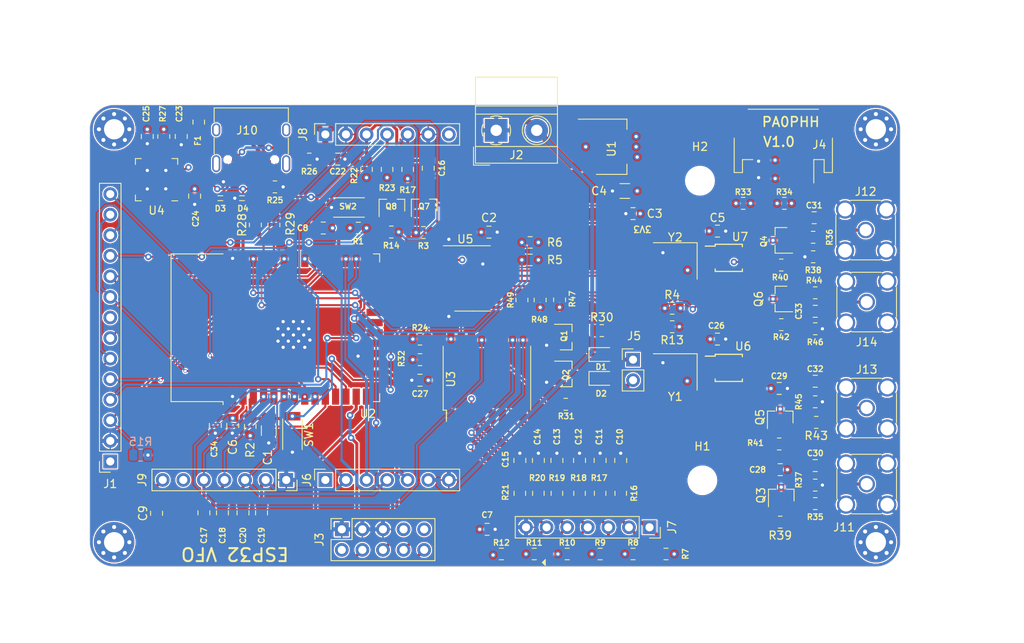
<source format=kicad_pcb>
(kicad_pcb (version 20221018) (generator pcbnew)
  (layers (0 "F.Cu" signal) (1 "In1.Cu" power) (2 "In2.Cu" power) (31 "B.Cu" signal) (34 "B.Paste" user) (35 "F.Paste" user) (36 "B.SilkS" user "B.Silkscreen") (37 "F.SilkS" user "F.Silkscreen") (38 "B.Mask" user) (39 "F.Mask" user) (44 "Edge.Cuts" user))
  (net 0 "")
  (net 1 "GND")
  (net 2 "EN")
  (net 3 "SCK")
  (net 4 "SDI")
  (net 5 "RXD0")
  (net 6 "TXD0")
  (net 7 "SDO")
  (net 8 "V33")
  (net 9 "R1_2a")
  (net 10 "R2_2a")
  (net 11 "R3_2a")
  (net 12 "R1_3a")
  (net 13 "R2_3a")
  (net 14 "R3_3a")
  (net 15 "RXTX")
  (net 16 "A4P")
  (net 17 "A3P")
  (net 18 "A1P")
  (net 19 "A2P")
  (net 20 "DC")
  (net 21 "CS")
  (net 22 "GPIO14")
  (net 23 "GPIO13")
  (net 24 "GPIO15")
  (net 25 "GPIO12")
  (net 26 "R3_3")
  (net 27 "R2_3")
  (net 28 "R1_3")
  (net 29 "R3_2")
  (net 30 "R2_2")
  (net 31 "R1_2")
  (net 32 "Vcc")
  (net 33 "GPIO19")
  (net 34 "R2")
  (net 35 "R1")
  (net 36 "SCL1")
  (net 37 "SDA1")
  (net 38 "Net-(U2-Pad32)")
  (net 39 "T_IRQ")
  (net 40 "Net-(U2-Pad22)")
  (net 41 "Net-(U2-Pad21)")
  (net 42 "Net-(U2-Pad20)")
  (net 43 "Net-(U2-Pad19)")
  (net 44 "Net-(U2-Pad18)")
  (net 45 "Net-(U2-Pad17)")
  (net 46 "IO0")
  (net 47 "Net-(J3-Pad7)")
  (net 48 "Net-(J3-Pad2)")
  (net 49 "Net-(J6-Pad1)")
  (net 50 "Net-(J8-Pad7)")
  (net 51 "Net-(F1-Pad2)")
  (net 52 "Net-(J10-PadB8)")
  (net 53 "Net-(J10-PadA5)")
  (net 54 "D-")
  (net 55 "D+")
  (net 56 "Net-(J10-PadA8)")
  (net 57 "Net-(J10-PadB5)")
  (net 58 "RSTb")
  (net 59 "Net-(R28-Pad2)")
  (net 60 "Net-(R29-Pad2)")
  (net 61 "DTR")
  (net 62 "Net-(U4-Pad27)")
  (net 63 "RTS")
  (net 64 "Net-(U4-Pad23)")
  (net 65 "Net-(U4-Pad22)")
  (net 66 "Net-(U4-Pad21)")
  (net 67 "Net-(U4-Pad20)")
  (net 68 "Net-(U4-Pad19)")
  (net 69 "Net-(U4-Pad18)")
  (net 70 "Net-(U4-Pad17)")
  (net 71 "Net-(U4-Pad16)")
  (net 72 "Net-(U4-Pad15)")
  (net 73 "Net-(U4-Pad14)")
  (net 74 "Net-(U4-Pad13)")
  (net 75 "Net-(U4-Pad12)")
  (net 76 "Net-(U4-Pad11)")
  (net 77 "Net-(U4-Pad10)")
  (net 78 "Net-(U4-Pad2)")
  (net 79 "Net-(U4-Pad1)")
  (net 80 "GPIO16")
  (net 81 "Net-(Q1-Pad1)")
  (net 82 "Net-(Q2-Pad1)")
  (net 83 "T1")
  (net 84 "T2")
  (net 85 "Net-(D1-Pad1)")
  (net 86 "Net-(D2-Pad1)")
  (net 87 "Net-(C30-Pad2)")
  (net 88 "Net-(C30-Pad1)")
  (net 89 "Net-(C31-Pad2)")
  (net 90 "Net-(C31-Pad1)")
  (net 91 "Net-(C32-Pad2)")
  (net 92 "Net-(C32-Pad1)")
  (net 93 "Net-(C33-Pad2)")
  (net 94 "Net-(C33-Pad1)")
  (net 95 "Net-(Q3-Pad2)")
  (net 96 "Net-(Q3-Pad1)")
  (net 97 "Net-(Q4-Pad2)")
  (net 98 "Net-(Q4-Pad1)")
  (net 99 "Net-(Q5-Pad2)")
  (net 100 "Net-(Q5-Pad1)")
  (net 101 "Net-(Q6-Pad2)")
  (net 102 "Net-(Q6-Pad1)")
  (net 103 "SCL_1")
  (net 104 "SDA_1")
  (net 105 "SCL_3")
  (net 106 "SDA_3")
  (net 107 "SCL_4")
  (net 108 "SDA_4")
  (net 109 "Net-(R39-Pad2)")
  (net 110 "Net-(R40-Pad2)")
  (net 111 "Net-(R41-Pad2)")
  (net 112 "Net-(R42-Pad2)")
  (net 113 "Net-(U5-Pad16)")
  (net 114 "Net-(U5-Pad15)")
  (net 115 "Net-(U5-Pad11)")
  (net 116 "Net-(U5-Pad10)")
  (net 117 "Net-(U6-Pad6)")
  (net 118 "Net-(U6-Pad3)")
  (net 119 "Net-(U6-Pad2)")
  (net 120 "Net-(U7-Pad6)")
  (net 121 "Net-(U7-Pad3)")
  (net 122 "Net-(U7-Pad2)")
  (net 123 "Net-(U5-Pad5)")
  (net 124 "Net-(U5-Pad4)")
  (net 125 "A5P")
  (net 126 "Net-(U5-Pad7)")
  (net 127 "Net-(U5-Pad6)")
  (net 128 "Net-(Q7-Pad1)")
  (net 129 "Net-(Q8-Pad1)")
  (net 130 "SCL_2")
  (net 131 "SDA_2")
  (net 132 "Reset")
  (net 133 "Net-(J10-PadS1)")
  (net 134 "INT")
  (footprint "MountingHole:MountingHole_2.5mm_Pad_Via" (layer "F.Cu") (at 41.5 40)
    (fp_text reference "H1")
    (fp_text value "MountingHole")
  )
  (footprint "MountingHole:MountingHole_2.5mm_Pad_Via" (layer "F.Cu") (at 41.5 91)
    (fp_text reference "H2")
    (fp_text value "MountingHole")
  )
  (footprint "MountingHole:MountingHole_2.5mm_Pad_Via" (layer "F.Cu") (at 135.5 40)
    (fp_text reference "H3")
    (fp_text value "MountingHole")
  )
  (footprint "MountingHole:MountingHole_2.5mm_Pad_Via" (layer "F.Cu") (at 135.5 91)
    (fp_text reference "H4")
    (fp_text value "MountingHole")
  )
  (footprint "Capacitor_SMD:C_1206_3216Metric_Pad1.42x1.75mm_HandSolder" (layer "F.Cu") (at 60.579 77.216 -90)
    (fp_text reference "C1")
    (fp_text value "10u")
  )
  (footprint "Capacitor_SMD:C_0805_2012Metric" (layer "F.Cu") (at 87.757 52.705 180)
    (fp_text reference "C2")
    (fp_text value "100n")
  )
  (footprint "Capacitor_SMD:C_0805_2012Metric" (layer "F.Cu") (at 105.537 50.419 180)
    (fp_text reference "C3")
    (fp_text value "100n")
  )
  (footprint "Capacitor_SMD:C_1206_3216Metric_Pad1.42x1.75mm_HandSolder" (layer "F.Cu") (at 104.521 47.625 180)
    (fp_text reference "C4")
    (fp_text value "10u")
  )
  (footprint "Capacitor_SMD:C_0805_2012Metric" (layer "F.Cu") (at 115.951 52.578 180)
    (fp_text reference "C5")
    (fp_text value "100n")
  )
  (footprint "Capacitor_SMD:C_0805_2012Metric" (layer "F.Cu") (at 56.134 76.581 90)
    (fp_text reference "C6")
    (fp_text value "100n")
  )
  (footprint "Capacitor_SMD:C_0805_2012Metric" (layer "F.Cu") (at 104.013 80.899 -90)
    (fp_text reference "C10")
    (fp_text value "100n")
  )
  (footprint "Capacitor_SMD:C_0805_2012Metric" (layer "F.Cu") (at 101.473 80.899 -90)
    (fp_text reference "C11")
    (fp_text value "100n")
  )
  (footprint "Capacitor_SMD:C_0805_2012Metric" (layer "F.Cu") (at 98.933 80.899 -90)
    (fp_text reference "C12")
    (fp_text value "100n")
  )
  (footprint "Capacitor_SMD:C_0805_2012Metric" (layer "F.Cu") (at 96.139 80.899 -90)
    (fp_text reference "C13")
    (fp_text value "100n")
  )
  (footprint "Capacitor_SMD:C_0805_2012Metric" (layer "F.Cu") (at 93.853 80.899 -90)
    (fp_text reference "C14")
    (fp_text value "100n")
  )
  (footprint "Capacitor_SMD:C_0805_2012Metric" (layer "F.Cu") (at 91.567 80.899 -90)
    (fp_text reference "C15")
    (fp_text value "100n")
  )
  (footprint "Capacitor_SMD:C_0805_2012Metric" (layer "F.Cu") (at 80.264 44.808 -90)
    (fp_text reference "C16")
    (fp_text value "100n")
  )
  (footprint "Capacitor_SMD:C_0805_2012Metric" (layer "F.Cu") (at 52.578 87.376 90)
    (fp_text reference "C17")
    (fp_text value "100n")
  )
  (footprint "Capacitor_SMD:C_0805_2012Metric" (layer "F.Cu") (at 54.864 87.376 90)
    (fp_text reference "C18")
    (fp_text value "100n")
  )
  (footprint "Capacitor_SMD:C_0805_2012Metric" (layer "F.Cu") (at 59.69 87.376 90)
    (fp_text reference "C19")
    (fp_text value "100n")
  )
  (footprint "Capacitor_SMD:C_0805_2012Metric" (layer "F.Cu") (at 57.404 87.376 90)
    (fp_text reference "C20")
    (fp_text value "100n")
  )
  (footprint "Capacitor_SMD:C_0805_2012Metric" (layer "F.Cu") (at 46.736 87.4268 90)
    (fp_text reference "C9")
    (fp_text value "100n")
  )
  (footprint "Connector_PinSocket_2.54mm:PinSocket_2x05_P2.54mm_Vertical" (layer "F.Cu") (at 69.596 89.408 90)
    (fp_text reference "J3")
    (fp_text value "Jtag")
  )
  (footprint "Connector_PinSocket_2.54mm:PinSocket_1x07_P2.54mm_Vertical" (layer "F.Cu") (at 107.569 89.154 -90)
    (fp_text reference "J7")
    (fp_text value "Encoders")
  )
  (footprint "Connector_PinSocket_2.54mm:PinSocket_1x07_P2.54mm_Vertical" (layer "F.Cu") (at 67.564 83.312 90)
    (fp_text reference "J6")
    (fp_text value "I2C")
  )
  (footprint "Connector_PinSocket_2.54mm:PinSocket_1x07_P2.54mm_Vertical" (layer "F.Cu") (at 67.564 40.64 90)
    (fp_text reference "J8")
    (fp_text value "Encoders")
  )
  (footprint "Connector_PinSocket_2.54mm:PinSocket_1x07_P2.54mm_Vertical" (layer "F.Cu") (at 62.738 83.312 -90)
    (fp_text reference "J9")
    (fp_text value "Analog in 3-6")
  )
  (footprint "TerminalBlock_MetzConnect:TerminalBlock_MetzConnect_Type011_RT05502HBWC_1x02_P5.00mm_Horizontal" (layer "F.Cu") (at 88.646 40.132)
    (fp_text reference "J2")
    (fp_text value "5V")
  )
  (footprint "Resistor_SMD:R_0805_2012Metric_Pad1.15x1.40mm_HandSolder" (layer "F.Cu") (at 58.293 76.708 90)
    (fp_text reference "R2")
    (fp_text value "1k")
  )
  (footprint "Resistor_SMD:R_0805_2012Metric_Pad1.15x1.40mm_HandSolder" (layer "F.Cu") (at 109.601 92.456 180)
    (fp_text reference "R7")
    (fp_text value "10k")
  )
  (footprint "Resistor_SMD:R_0805_2012Metric_Pad1.15x1.40mm_HandSolder" (layer "F.Cu") (at 105.537 92.456)
    (fp_text reference "R8")
    (fp_text value "10k")
  )
  (footprint "Resistor_SMD:R_0805_2012Metric_Pad1.15x1.40mm_HandSolder" (layer "F.Cu") (at 101.473 92.456)
    (fp_text reference "R9")
    (fp_text value "10k")
  )
  (footprint "Resistor_SMD:R_0805_2012Metric_Pad1.15x1.40mm_HandSolder" (layer "F.Cu") (at 97.409 92.456)
    (fp_text reference "R10")
    (fp_text value "10k")
  )
  (footprint "Resistor_SMD:R_0805_2012Metric_Pad1.15x1.40mm_HandSolder" (layer "F.Cu") (at 93.345 92.456)
    (fp_text reference "R11")
    (fp_text value "10k")
  )
  (footprint "Resistor_SMD:R_0805_2012Metric_Pad1.15x1.40mm_HandSolder" (layer "F.Cu") (at 89.29 92.456)
    (fp_text reference "R12")
    (fp_text value "10k")
  )
  (footprint "Resistor_SMD:R_0805_2012Metric_Pad1.15x1.40mm_HandSolder" (layer "F.Cu") (at 104.013 84.963 -90)
    (fp_text reference "R16")
    (fp_text value "10k")
  )
  (footprint "Resistor_SMD:R_0805_2012Metric_Pad1.15x1.40mm_HandSolder" (layer "F.Cu") (at 101.473 84.963 -90)
    (fp_text reference "R17")
    (fp_text value "10k")
  )
  (footprint "Resistor_SMD:R_0805_2012Metric_Pad1.15x1.40mm_HandSolder" (layer "F.Cu") (at 98.933 84.963 -90)
    (fp_text reference "R18")
    (fp_text value "10k")
  )
  (footprint "Resistor_SMD:R_0805_2012Metric_Pad1.15x1.40mm_HandSolder" (layer "F.Cu") (at 96.139 84.963 -90)
    (fp_text reference "R19")
    (fp_text value "10k")
  )
  (footprint "Resistor_SMD:R_0805_2012Metric_Pad1.15x1.40mm_HandSolder" (layer "F.Cu") (at 93.853 84.963 -90)
    (fp_text reference "R20")
    (fp_text value "10k")
  )
  (footprint "Resistor_SMD:R_0805_2012Metric_Pad1.15x1.40mm_HandSolder" (layer "F.Cu") (at 91.567 84.963 -90)
    (fp_text reference "R21")
    (fp_text value "10k")
  )
  (footprint "Resistor_SMD:R_0805_2012Metric_Pad1.15x1.40mm_HandSolder" (layer "F.Cu") (at 72.644 44.958 90)
    (fp_text reference "R22")
    (fp_text value "2.2k")
  )
  (footprint "Resistor_SMD:R_0805_2012Metric_Pad1.15x1.40mm_HandSolder" (layer "F.Cu") (at 75.184 44.958 90)
    (fp_text reference "R23")
    (fp_text value "2.2k")
  )
  (footprint "Resistor_SMD:R_0805_2012Metric_Pad1.15x1.40mm_HandSolder" (layer "F.Cu") (at 77.724 44.958 90)
    (fp_text reference "R17")
    (fp_text value "680")
  )
  (footprint "Resistor_SMD:R_0805_2012Metric_Pad1.15x1.40mm_HandSolder" (layer "F.Cu") (at 92.837 56.134 180)
    (fp_text reference "R5")
    (fp_text value "2k2")
  )
  (footprint "Resistor_SMD:R_0805_2012Metric_Pad1.15x1.40mm_HandSolder" (layer "F.Cu") (at 92.837 53.975 180)
    (fp_text reference "R6")
    (fp_text value "2k2")
  )
  (footprint "Package_TO_SOT_SMD:SOT-223-3_TabPin2" (layer "F.Cu") (at 102.87 42.164)
    (fp_text reference "U1")
    (fp_text value "LM1117-3.3")
  )
  (footprint "RF_Module:ESP32-WROOM-32" (layer "F.Cu") (at 64.389 64.516 90)
    (fp_text reference "U2")
    (fp_text value "ESP32-WROOM-32D")
  )
  (footprint "Package_SO:SOP-16_7.5x10.4mm_P1.27mm" (layer "F.Cu") (at 87.503 70.739 90)
    (fp_text reference "U3")
    (fp_text value "PCF8574A")
  )
  (footprint "Resistor_SMD:R_0805_2012Metric_Pad1.15x1.40mm_HandSolder" (layer "F.Cu") (at 71.628 52.197)
    (fp_text reference "R1")
    (fp_text value "10k")
  )
  (footprint "ESP32VFO:TS-1088R-02526" (layer "F.Cu") (at 63.5 77.663 90)
    (fp_text reference "SW1")
    (fp_text value "SW_Push")
  )
  (footprint "Connector_JST:JST_PH_S4B-PH-SM4-TB_1x04-1MP_P2.00mm_Horizontal" (layer "F.Cu") (at 124.079 42.037 180)
    (fp_text reference "J4")
    (fp_text value "I2C")
  )
  (footprint "Capacitor_SMD:C_0805_2012Metric" (layer "F.Cu") (at 69.088 43.688)
    (fp_text reference "C22")
    (fp_text value "0.1uF")
  )
  (footprint "Fuse:Fuse_0805_2012Metric" (layer "F.Cu") (at 51.943 39.116 -90)
    (fp_text reference "F1")
    (fp_text value "Polyfuse")
  )
  (footprint "Connector_USB:USB_C_Receptacle_XKB_U262-16XN-4BVC11" (layer "F.Cu") (at 58.42 41.148 180)
    (fp_text reference "J10")
    (fp_text value "USB_C_Receptacle_USB2.0")
  )
  (footprint "Resistor_SMD:R_0805_2012Metric" (layer "F.Cu") (at 61.341 47.117 180)
    (fp_text reference "R25")
    (fp_text value "5K1")
  )
  (footprint "Resistor_SMD:R_0805_2012Metric" (layer "F.Cu") (at 65.5828 43.688 180)
    (fp_text reference "R26")
    (fp_text value "5K1")
  )
  (footprint "Resistor_SMD:R_0805_2012Metric" (layer "F.Cu") (at 58.928 51.816 90)
    (fp_text reference "R28")
    (fp_text value "1K")
  )
  (footprint "Resistor_SMD:R_0805_2012Metric" (layer "F.Cu") (at 61.214 51.816 90)
    (fp_text reference "R29")
    (fp_text value "1K")
  )
  (footprint "Package_DFN_QFN:QFN-28-1EP_5x5mm_P0.5mm_EP3.35x3.35mm" (layer "F.Cu") (at 46.736 46.228 180)
    (fp_text reference "U4")
    (fp_text value "CP2102N-A01-GQFN28")
  )
  (footprint "Capacitor_SMD:C_0805_2012Metric" (layer "F.Cu") (at 87.5284 89.408 180)
    (fp_text reference "C7")
    (fp_text value "100n")
  )
  (footprint "Capacitor_SMD:C_0805_2012Metric" (layer "F.Cu") (at 45.593 40.894 -90)
    (fp_text reference "C25")
    (fp_text value "10uF")
  )
  (footprint "Capacitor_SMD:C_0805_2012Metric" (layer "F.Cu") (at 49.784 40.894 -90)
    (fp_text reference "C23")
    (fp_text value "0.1uF")
  )
  (footprint "Capacitor_SMD:C_0805_2012Metric" (layer "F.Cu") (at 51.435 48.26 -90)
    (fp_text reference "C24")
    (fp_text value "0.1uF")
  )
  (footprint "Capacitor_SMD:C_0805_2012Metric" (layer "F.Cu") (at 115.951 65.913 180)
    (fp_text reference "C26")
    (fp_text value "100n")
  )
  (footprint "Capacitor_SMD:C_0805_2012Metric" (layer "F.Cu") (at 79.248 70.993 180)
    (fp_text reference "C27")
    (fp_text value "100n")
  )
  (footprint "Capacitor_SMD:C_0805_2012Metric" (layer "F.Cu") (at 123.698 82.042)
    (fp_text reference "C28")
    (fp_text value "100n")
  )
  (footprint "Capacitor_SMD:C_0805_2012Metric" (layer "F.Cu") (at 123.571 72.009)
    (fp_text reference "C29")
    (fp_text value "100n")
  )
  (footprint "Capacitor_SMD:C_0805_2012Metric" (layer "F.Cu") (at 128.016 81.534)
    (fp_text reference "C30")
    (fp_text value "100n")
  )
  (footprint "Capacitor_SMD:C_0805_2012Metric" (layer "F.Cu") (at 127.889 50.927)
    (fp_text reference "C31")
    (fp_text value "100n")
  )
  (footprint "Capacitor_SMD:C_0805_2012Metric" (layer "F.Cu") (at 128.016 71.12)
    (fp_text reference "C32")
    (fp_text value "100n")
  )
  (footprint "Capacitor_SMD:C_0805_2012Metric" (layer "F.Cu") (at 128.016 62.484)
    (fp_text reference "C33")
    (fp_text value "100n")
  )
  (footprint "Connector_PinSocket_2.54mm:PinSocket_1x14_P2.54mm_Vertical" (layer "F.Cu") (at 41.021 81.026 180)
    (fp_text reference "J1")
    (fp_text value "ILI9341")
  )
  (footprint "Connector_Coaxial:SMA_Amphenol_132134_Vertical" (layer "F.Cu") (at 134.366 83.82)
    (fp_text reference "J11")
    (fp_text value "Link-out 1-0")
  )
  (footprint "Connector_Coaxial:SMA_Amphenol_132134_Vertical" (layer "F.Cu") (at 134.239 52.451)
    (fp_text reference "J12")
    (fp_text value "Link-out 1-0")
  )
  (footprint "Connector_Coaxial:SMA_Amphenol_132134_Vertical" (layer "F.Cu") (at 134.366 74.422)
    (fp_text reference "J13")
    (fp_text value "Link-out 1-1")
  )
  (footprint "Connector_Coaxial:SMA_Amphenol_132134_Vertical" (layer "F.Cu") (at 134.366 61.341)
    (fp_text reference "J14")
    (fp_text value "Link-out 1-1")
  )
  (footprint "Package_TO_SOT_SMD:SOT-23" (layer "F.Cu") (at 123.825 85.217 90)
    (fp_text reference "Q3")
    (fp_text value "BFR92")
  )
  (footprint "Package_TO_SOT_SMD:SOT-23" (layer "F.Cu") (at 123.825 53.721 180)
    (fp_text reference "Q4")
    (fp_text value "BFR92")
  )
  (footprint "Package_TO_SOT_SMD:SOT-23" (layer "F.Cu") (at 123.698 75.565 90)
    (fp_text reference "Q5")
    (fp_text value "BFR92")
  )
  (footprint "Package_TO_SOT_SMD:SOT-23" (layer "F.Cu") (at 123.825 60.96 180)
    (fp_text reference "Q6")
    (fp_text value "BFR92")
  )
  (footprint "Resistor_SMD:R_0805_2012Metric" (layer "F.Cu") (at 110.363 62.103 180)
    (fp_text reference "R4")
    (fp_text value "2.2k")
  )
  (footprint "Resistor_SMD:R_0805_2012Metric" (layer "F.Cu") (at 110.363 64.389 180)
    (fp_text reference "R13")
    (fp_text value "2.2k")
  )
  (footprint "Resistor_SMD:R_0805_2012Metric" (layer "F.Cu") (at 79.248 65.913)
    (fp_text reference "R24")
    (fp_text value "2.2k")
  )
  (footprint "Resistor_SMD:R_0805_2012Metric" (layer "F.Cu") (at 47.625 40.894 -90)
    (fp_text reference "R27")
    (fp_text value "4.7K")
  )
  (footprint "Resistor_SMD:R_0805_2012Metric" (layer "F.Cu") (at 79.248 68.453)
    (fp_text reference "R32")
    (fp_text value "2.2k")
  )
  (footprint "Resistor_SMD:R_0805_2012Metric" (layer "F.Cu") (at 119.126 49.149)
    (fp_text reference "R33")
    (fp_text value "2.2k")
  )
  (footprint "Resistor_SMD:R_0805_2012Metric" (layer "F.Cu") (at 124.206 49.149)
    (fp_text reference "R34")
    (fp_text value "2.2k")
  )
  (footprint "Resistor_SMD:R_0805_2012Metric" (layer "F.Cu") (at 128.016 86.233)
    (fp_text reference "R35")
    (fp_text value "200")
  )
  (footprint "Resistor_SMD:R_0805_2012Metric" (layer "F.Cu") (at 127.762 53.34)
    (fp_text reference "R36")
    (fp_text value "200")
  )
  (footprint "Resistor_SMD:R_0805_2012Metric" (layer "F.Cu") (at 128.016 83.947)
    (fp_text reference "R37")
    (fp_text value "68")
  )
  (footprint "Resistor_SMD:R_0805_2012Metric" (layer "F.Cu") (at 127.762 55.753 180)
    (fp_text reference "R38")
    (fp_text value "68")
  )
  (footprint "Resistor_SMD:R_0805_2012Metric" (layer "F.Cu") (at 123.698 88.519 180)
    (fp_text reference "R39")
    (fp_text value "1k")
  )
  (footprint "Resistor_SMD:R_0805_2012Metric" (layer "F.Cu") (at 123.825 56.769 180)
    (fp_text reference "R40")
    (fp_text value "1k")
  )
  (footprint "Resistor_SMD:R_0805_2012Metric" (layer "F.Cu") (at 123.571 78.867 180)
    (fp_text reference "R41")
    (fp_text value "1k")
  )
  (footprint "Resistor_SMD:R_0805_2012Metric" (layer "F.Cu") (at 123.825 64.135 180)
    (fp_text reference "R42")
    (fp_text value "1k")
  )
  (footprint "Resistor_SMD:R_0805_2012Metric" (layer "F.Cu") (at 128.143 76.2 180)
    (fp_text reference "R43")
    (fp_text value "200")
  )
  (footprint "Resistor_SMD:R_0805_2012Metric" (layer "F.Cu") (at 128.016 60.198 180)
    (fp_text reference "R44")
    (fp_text value "200")
  )
  (footprint "Resistor_SMD:R_0805_2012Metric" (layer "F.Cu") (at 128.016 73.66)
    (fp_text reference "R45")
    (fp_text value "68")
  )
  (footprint "Resistor_SMD:R_0805_2012Metric" (layer "F.Cu") (at 128.016 64.643)
    (fp_text reference "R46")
    (fp_text value "68")
  )
  (footprint "Package_SO:TSSOP-24_4.4x7.8mm_P0.65mm" (layer "F.Cu") (at 85.725 58.42)
    (fp_text reference "U5")
    (fp_text value "TCA9548APWR")
  )
  (footprint "Package_SO:MSOP-10_3x3mm_P0.5mm" (layer "F.Cu") (at 117.348 69.469)
    (fp_text reference "U6")
    (fp_text value "Si5351A-B-GT")
  )
  (footprint "Package_SO:MSOP-10_3x3mm_P0.5mm" (layer "F.Cu") (at 117.348 55.88)
    (fp_text reference "U7")
    (fp_text value "Si5351A-B-GT")
  )
  (footprint "Crystal:Crystal_SMD_TXC_7M-4Pin_3.2x2.5mm_HandSoldering" (layer "F.Cu") (at 110.744 69.977 180)
    (fp_text reference "Y1")
    (fp_text value "Crystal")
  )
  (footprint "Crystal:Crystal_SMD_TXC_7M-4Pin_3.2x2.5mm_HandSoldering" (layer "F.Cu") (at 110.744 56.261 180)
    (fp_text reference "Y2")
    (fp_text value "Crystal")
  )
  (footprint "Capacitor_SMD:C_0805_2012Metric" (layer "F.Cu") (at 67.31 52.197)
    (fp_text reference "C8")
    (fp_text value "100n")
  )
  (footprint "ESP32_TouchDown_lib:TS-1088R-02526" (layer "F.Cu") (at 70.485 49.657 180)
    (fp_text reference "SW2")
    (fp_text value "SW_Push")
  )
  (footprint "Diode_SMD:D_SOD-323" (layer "F.Cu") (at 101.6 67.818)
    (fp_text reference "D1")
    (fp_text value "D")
  )
  (footprint "Diode_SMD:D_SOD-323" (layer "F.Cu") (at 101.6 70.768)
    (fp_text reference "D2")
    (fp_text value "D")
  )
  (footprint "Connector_PinHeader_2.54mm:PinHeader_1x02_P2.54mm_Vertical" (layer "F.Cu") (at 105.537 68.453)
    (fp_text reference "J5")
    (fp_text value "Relais")
  )
  (footprint "Package_TO_SOT_SMD:SOT-23" (layer "F.Cu") (at 97.25 65.668)
    (fp_text reference "Q1")
    (fp_text value "2N3904_SOT23")
  )
  (footprint "Package_TO_SOT_SMD:SOT-23" (layer "F.Cu") (at 97.25 70.218)
    (fp_text reference "Q2")
    (fp_text value "2N3904_SOT23")
  )
  (footprint "Resistor_SMD:R_0805_2012Metric" (layer "F.Cu") (at 101.68 64.868)
    (fp_text reference "R30")
    (fp_text value "2k2")
  )
  (footprint "Resistor_SMD:R_0805_2012Metric" (layer "F.Cu") (at 97.23 73.968)
    (fp_text reference "R31")
    (fp_text value "2k2")
  )
  (footprint "MountingHole:MountingHole_3.2mm_M3" (layer "F.Cu") (at 114.092 83.355)
    (fp_text reference "H1")
    (fp_text value " ")
  )
  (footprint "MountingHole:MountingHole_3.2mm_M3" (layer "F.Cu") (at 113.792 46.355)
    (fp_text reference "H2")
    (fp_text value " ")
  )
  (footprint "Package_TO_SOT_SMD:SOT-23" (layer "F.Cu") (at 79.756 49.3903 90)
    (fp_text reference "Q7")
    (fp_text value "2N3904_SOT23")
  )
  (footprint "Package_TO_SOT_SMD:SOT-23" (layer "F.Cu") (at 75.7809 49.403 90)
    (fp_text reference "Q8")
    (fp_text value "2N3904_SOT23")
  )
  (footprint "Resistor_SMD:R_0805_2012Metric" (layer "F.Cu") (at 79.6671 52.7558 180)
    (fp_text reference "R3")
    (fp_text value "10k")
  )
  (footprint "Resistor_SMD:R_0805_2012Metric" (layer "F.Cu") (at 75.7047 52.6923)
    (fp_text reference "R14")
    (fp_text value "10k")
  )
  (footprint "Capacitor_SMD:C_0805_2012Metric" (layer "F.Cu") (at 53.9877 76.581 -90)
    (fp_text reference "C34")
    (fp_text value "10u")
  )
  (footprint "Resistor_SMD:R_0805_2012Metric" (layer "F.Cu") (at 96.47 61.06 90)
    (fp_text reference "R47")
    (fp_text value "2.2k")
  )
  (footprint "Resistor_SMD:R_0805_2012Metric" (layer "F.Cu") (at 94.07 61.09 90)
    (fp_text reference "R48")
    (fp_text value "2.2k")
  )
  (footprint "digikey-footprints:0603" (layer "F.Cu") (at 54.61 48.514)
    (fp_text reference "D3")
    (fp_text value "PGB1010603MR")
  )
  (footprint "digikey-footprints:0603" (layer "F.Cu") (at 57.277 48.514 180)
    (fp_text reference "D4")
    (fp_text value "PGB1010603MR")
  )
  (footprint "Resistor_SMD:R_0805_2012Metric" (layer "F.Cu") (at 91.821 61.087 90)
    (fp_text reference "R49")
    (fp_text value "2k2")
  )
  (footprint "Resistor_SMD:R_0805_2012Metric" (layer "B.Cu") (at 44.7675 80.2386 180)
    (fp_text reference "R15")
    (fp_text value "10k")
  )
  (gr_poly (pts (xy 94.721 93.878) (xy 94.331 93.508) (xy 94.721 93.118)) (stroke (width 0.1)) (fill solid) (layer "F.SilkS"))
  (gr_line (start 38.5 91) (end 38.5 40) (stroke (width 0.05)) (layer "Edge.Cuts"))
  (gr_line (start 138.5 91) (end 138.5 73.5) (stroke (width 0.05)) (layer "Edge.Cuts"))
  (gr_arc (start 138.5 91) (mid 137.62132 93.12132) (end 135.5 94) (stroke (width 0.05)) (layer "Edge.Cuts"))
  (gr_line (start 41.5 37) (end 135.5 37) (stroke (width 0.05)) (layer "Edge.Cuts"))
  (gr_arc (start 135.5 37) (mid 137.62132 37.87868) (end 138.5 40) (stroke (width 0.05)) (layer "Edge.Cuts"))
  (gr_arc (start 41.5 94) (mid 39.37868 93.12132) (end 38.5 91) (stroke (width 0.05)) (layer "Edge.Cuts"))
  (gr_arc (start 38.5 40) (mid 39.37868 37.87868) (end 41.5 37) (stroke (width 0.05)) (layer "Edge.Cuts"))
  (gr_line (start 138.5 40) (end 138.5 73.5) (stroke (width 0.05)) (layer "Edge.Cuts"))
  (gr_line (start 135.5 94) (end 41.5 94) (stroke (width 0.05)) (layer "Edge.Cuts"))
  (gr_text "V1.0" (at 123.5456 41.5544) (layer "F.SilkS") (effects (font (size 1.2 1.2) (thickness 0.2))))
  (gr_text "3V3" (at 106.68 52.324 180) (layer "F.SilkS") (effects (font (size 0.8 0.8))))
  (gr_text "PA0PHH" (at 125 39.1) (layer "F.SilkS") (effects (font (size 1.2 1.2) (thickness 0.2))))
  (gr_text "ESP32 VFO" (at 56.4 92.456 180) (layer "F.SilkS") (effects (font (size 1.6 1.6) (thickness 0.25))))
  (via (at 112.2172 71.0946) (size 0.8) (drill 0.4) (layers "F.Cu" "B.Cu") (net 0))
  (via (at 112.268 57.404) (size 0.8) (drill 0.4) (layers "F.Cu" "B.Cu") (net 0))
  (segment (start 56.0857 77.531) (end 56.134 77.531) (width 0.635) (layer "F.Cu") (net 1))
  (segment (start 53.9877 77.531) (end 56.0857 77.531) (width 0.635) (layer "F.Cu") (net 1))
  (segment (start 96.25 71.168) (end 94.948 71.168) (width 0.254) (layer "F.Cu") (net 1))
  (segment (start 55.37 44.818) (end 55.37 46.103) (width 0.381) (layer "F.Cu") (net 1))
  (segment (start 55.37 46.103) (end 54.991 46.482) (width 0.381) (layer "F.Cu") (net 1))
  (segment (start 82.8625 63.0605) (end 82.804 63.119) (width 0.254) (layer "F.Cu") (net 1))
  (segment (start 71.6026 69.4436) (end 71.6026 68.0212) (width 0.254) (layer "F.Cu") (net 1))
  (segment (start 94.948 71.168) (end 94.869 71.247) (width 0.254) (layer "F.Cu") (net 1))
  (segment (start 82.8625 54.845) (end 82.8625 53.6525) (width 0.254) (layer "F.Cu") (net 1))
  (segment (start 61.77 44.818) (end 61.77 46.6335) (width 0.381) (layer "F.Cu") (net 1))
  (segment (start 53.9877 77.531) (end 53.9877 77.531) (width 0.635) (layer "F.Cu") (net 1))
  (segment (start 88.5875 56.795) (end 87.148 56.795) (width 0.254) (layer "F.Cu") (net 1))
  (segment (start 96.25 66.618) (end 94.926 66.618) (width 0.254) (layer "F.Cu") (net 1))
  (segment (start 72.39 70.231) (end 71.6026 69.4436) (width 0.254) (layer "F.Cu") (net 1))
  (segment (start 82.8625 61.995) (end 82.8625 63.0605) (width 0.254) (layer "F.Cu") (net 1))
  (segment (start 61.47 44.818) (end 61.77 44.818) (width 0.1524) (layer "F.Cu") (net 1))
  (segment (start 82.8625 55.495) (end 82.8625 54.845) (width 0.254) (layer "F.Cu") (net 1))
  (segment (start 48.776 46.728) (end 48.006 47.498) (width 0.254) (layer "F.Cu") (net 1))
  (segment (start 73.644 70.231) (end 72.39 70.231) (width 0.254) (layer "F.Cu") (net 1))
  (segment (start 61.77 46.6335) (end 62.2535 47.117) (width 0.381) (layer "F.Cu") (net 1))
  (segment (start 94.926 66.618) (end 94.869 66.675) (width 0.254) (layer "F.Cu") (net 1))
  (segment (start 55.31 48.514) (end 56.388 48.514) (width 0.254) (layer "F.Cu") (net 1))
  (segment (start 87.148 56.795) (end 86.995 56.642) (width 0.254) (layer "F.Cu") (net 1))
  (segment (start 49.186 46.728) (end 48.776 46.728) (width 0.254) (layer "F.Cu") (net 1))
  (segment (start 56.577 48.514) (end 56.388 48.514) (width 0.254) (layer "F.Cu") (net 1))
  (segment (start 82.8625 53.6525) (end 82.804 53.594) (width 0.254) (layer "F.Cu") (net 1))
  (via (at 64.262 66.167) (size 0.8) (drill 0.4) (layers "F.Cu" "B.Cu") (net 1))
  (via (at 62.992 66.167) (size 0.8) (drill 0.4) (layers "F.Cu" "B.Cu") (net 1))
  (via (at 63.627 66.929) (size 0.8) (drill 0.4) (layers "F.Cu" "B.Cu") (net 1))
  (via (at 65.659 66.04) (size 0.8) (drill 0.4) (layers "F.Cu" "B.Cu") (net 1))
  (via (at 63.5 79.883) (size 0.8) (drill 0.4) (layers "F.Cu" "B.Cu") (net 1))
  (via (at 88.773 52.705) (size 0.8) (drill 0.4) (layers "F.Cu" "B.Cu") (net 1))
  (via (at 121.031 45.974) (size 0.8) (drill 0.4) (layers "F.Cu" "B.Cu") (net 1))
  (via (at 45.593 47.371) (size 0.8) (drill 0.4) (layers "F.Cu" "B.Cu") (net 1))
  (via (at 96.139 80.01) (size 0.8) (drill 0.4) (layers "F.Cu" "B.Cu") (net 1))
  (via (at 60.579 78.74) (size 0.8) (drill 0.4) (layers "F.Cu" "B.Cu") (net 1))
  (via (at 62.357 65.405) (size 0.8) (drill 0.4) (layers "F.Cu" "B.Cu") (net 1))
  (via (at 56.1086 72.9996) (size 0.8) (drill 0.4) (layers "F.Cu" "B.Cu") (net 1))
  (via (at 121.031 43.942) (size 0.8) (drill 0.4) (layers "F.Cu" "B.Cu") (net 1))
  (via (at 65.024 66.929) (size 0.8) (drill 0.4) (layers "F.Cu" "B.Cu") (net 1))
  (via (at 69.977 43.688) (size 0.8) (drill 0.4) (layers "F.Cu" "B.Cu") (net 1))
  (via (at 47.87 47.36) (size 0.8) (drill 0.4) (layers "F.Cu" "B.Cu") (net 1))
  (via (at 91.567 80.01) (size 0.8) (drill 0.4) (layers "F.Cu" "B.Cu") (net 1))
  (via (at 94.869 66.675) (size 0.8) (drill 0.4) (layers "F.Cu" "B.Cu") (net 1))
  (via (at 64.897 65.405) (size 0.8) (drill 0.4) (layers "F.Cu" "B.Cu") (net 1))
  (via (at 86.995 56.642) (size 0.8) (drill 0.4) (layers "F.Cu" "B.Cu") (net 1))
  (via (at 56.1213 55.9435) (size 0.8) (drill 0.4) (layers "F.Cu" "B.Cu") (net 1))
  (via (at 62.992 64.643) (size 0.8) (drill 0.4) (layers "F.Cu" "B.Cu") (net 1))
  (via (at 104.013 80.01) (size 0.8) (drill 0.4) (layers "F.Cu" "B.Cu") (net 1))
  (via (at 128.905 73.66) (size 0.8) (drill 0.4) (layers "F.Cu" "B.Cu") (net 1))
  (via (at 93.853 80.01) (size 0.8) (drill 0.4) (layers "F.Cu" "B.Cu") (net 1))
  (via (at 116.967 52.578) (size 0.8) (drill 0.4) (layers "F.Cu" "B.Cu") (net 1))
  (via (at 82.804 53.594) (size 0.8) (drill 0.4) (layers "F.Cu" "B.Cu") (net 1))
  (via (at 94.869 71.247) (size 0.8) (drill 0.4) (layers "F.Cu" "B.Cu") (net 1))
  (via (at 65.532 64.643) (size 0.8) (drill 0.4) (layers "F.Cu" "B.Cu") (net 1))
  (via (at 45.593 41.783) (size 0.8) (drill 0.4) (layers "F.Cu" "B.Cu") (net 1))
  (via (at 45.593 45.085) (size 0.8) (drill 0.4) (layers "F.Cu" "B.Cu") (net 1))
  (via (at 53.9877 77.531) (size 0.8) (drill 0.4) (layers "F.Cu" "B.Cu") (net 1))
  (via (at 109.22 55.245) (size 0.8) (drill 0.4) (layers "F.Cu" "B.Cu") (net 1))
  (via (at 98.933 80.01) (size 0.8) (drill 0.4) (layers "F.Cu" "B.Cu") (net 1))
  (via (at 126.746 55.753) (size 0.8) (drill 0.4) (layers "F.Cu" "B.Cu") (net 1))
  (via (at 82.804 63.119) (size 0.8) (drill 0.4) (layers "F.Cu" "B.Cu") (net 1))
  (via (at 124.587 72.009) (size 0.8) (drill 0.4) (layers "F.Cu" "B.Cu") (net 1))
  (via (at 56.388 48.514) (size 0.8) (drill 0.4) (layers "F.Cu" "B.Cu") (net 1))
  (via (at 63.627 63.754) (size 0.8) (drill 0.4) (layers "F.Cu" "B.Cu") (net 1))
  (via (at 56.0857 77.531) (size 0.8) (drill 0.4) (layers "F.Cu" "B.Cu") (net 1))
  (via (at 63.627 65.405) (size 0.8) (drill 0.4) (layers "F.Cu" "B.Cu") (net 1))
  (via (at 78.232 70.993) (size 0.8) (drill 0.4) (layers "F.Cu" "B.Cu") (net 1))
  (via (at 61.722 64.643) (size 0.8) (drill 0.4) (layers "F.Cu" "B.Cu") (net 1))
  (via (at 101.473 80.01) (size 0.8) (drill 0.4) (layers "F.Cu" "B.Cu") (net 1))
  (via (at 71.6026 68.0212) (size 0.8) (drill 0.4) (layers "F.Cu" "B.Cu") (net 1))
  (via (at 68.326 49.657) (size 0.8) (drill 0.4) (layers "F.Cu" "B.Cu") (net 1))
  (via (at 51.435 49.276) (size 0.8) (drill 0.4) (layers "F.Cu" "B.Cu") (net 1))
  (via (at 49.784 41.91) (size 0.8) (drill 0.4) (layers "F.Cu" "B.Cu") (net 1))
  (via (at 109.22 68.834) (size 0.8) (drill 0.4) (layers "F.Cu" "B.Cu") (net 1))
  (via (at 64.262 64.643) (size 0.8) (drill 0.4) (layers "F.Cu" "B.Cu") (net 1))
  (via (at 128.905 64.643) (size 0.8) (drill 0.4) (layers "F.Cu" "B.Cu") (net 1))
  (via (at 62.357 63.754) (size 0.8) (drill 0.4) (layers "F.Cu" "B.Cu") (net 1))
  (via (at 66.548 43.688) (size 0.8) (drill 0.4) (layers "F.Cu" "B.Cu") (net 1))
  (via (at 102.997 47.625) (size 0.8) (drill 0.4) (layers "F.Cu" "B.Cu") (net 1))
  (via (at 62.357 47.117) (size 0.8) (drill 0.4) (layers "F.Cu" "B.Cu") (net 1))
  (via (at 61.722 66.167) (size 0.8) (drill 0.4) (layers "F.Cu" "B.Cu") (net 1))
  (via (at 54.991 46.482) (size 0.8) (drill 0.4) (layers "F.Cu" "B.Cu") (net 1))
  (via (at 47.879 45.085) (size 0.8) (drill 0.4) (layers "F.Cu" "B.Cu") (net 1))
  (via (at 104.648 50.419) (size 0.8) (drill 0.4) (layers "F.Cu" "B.Cu") (net 1))
  (via (at 128.905 83.947) (size 0.8) (drill 0.4) (layers "F.Cu" "B.Cu") (net 1))
  (via (at 62.357 66.929) (size 0.8) (drill 0.4) (layers "F.Cu" "B.Cu") (net 1))
  (via (at 116.967 65.913) (size 0.8) (drill 0.4) (layers "F.Cu" "B.Cu") (net 1))
  (via (at 64.77 63.754) (size 0.8) (drill 0.4) (layers "F.Cu" "B.Cu") (net 1))
  (via (at 88.519 89.408) (size 0.8) (drill 0.4) (layers "F.Cu" "B.Cu") (net 1))
  (segment (start 63.5 75.438) (end 63.5 75.438) (width 0.381) (layer "F.Cu") (net 2))
  (segment (start 63.5 75.438) (end 63.5 75.438) (width 0.381) (layer "F.Cu") (net 2))
  (segment (start 60.579 75.7285) (end 58.3385 75.7285) (width 0.381) (layer "F.Cu") (net 2))
  (segment (start 63.2095 75.7285) (end 63.5 75.438) (width 0.381) (layer "F.Cu") (net 2))
  (segment (start 80.625958 48.3903) (end 81.787011 49.551353) (width 0.254) (layer "F.Cu") (net 2))
  (segment (start 81.787011 49.551353) (end 81.787011 59.928459) (width 0.254) (layer "F.Cu") (net 2))
  (segment (start 74.412401 70.958001) (end 70.983401 70.958001) (width 0.254) (layer "F.Cu") (net 2))
  (segment (start 81.787011 59.928459) (end 75.6539 66.06157) (width 0.254) (layer "F.Cu") (net 2))
  (segment (start 70.983401 70.958001) (end 68.3641 68.3387) (width 0.254) (layer "F.Cu") (net 2))
  (segment (start 75.6539 66.06157) (end 75.6539 68.0974) (width 0.254) (layer "F.Cu") (net 2))
  (segment (start 75.6539 68.3514) (end 75.6539 68.0974) (width 0.254) (layer "F.Cu") (net 2))
  (segment (start 58.293 75.683) (end 58.293 73.397) (width 0.381) (layer "F.Cu") (net 2))
  (segment (start 58.3385 75.7285) (end 58.293 75.683) (width 0.381) (layer "F.Cu") (net 2))
  (segment (start 60.579 75.7285) (end 63.2095 75.7285) (width 0.381) (layer "F.Cu") (net 2))
  (segment (start 58.293 73.397) (end 58.674 73.016) (width 0.381) (layer "F.Cu") (net 2))
  (segment (start 75.6158 72.1614) (end 74.412401 70.958001) (width 0.254) (layer "F.Cu") (net 2))
  (segment (start 79.756 48.3903) (end 80.625958 48.3903) (width 0.254) (layer "F.Cu") (net 2))
  (via (at 75.6158 72.1614) (size 0.8) (drill 0.4) (layers "F.Cu" "B.Cu") (net 2))
  (via (at 68.3641 68.3387) (size 0.8) (drill 0.4) (layers "F.Cu" "B.Cu") (net 2))
  (via (at 63.5 75.438) (size 0.8) (drill 0.4) (layers "F.Cu" "B.Cu") (net 2))
  (via (at 75.6539 68.0974) (size 0.8) (drill 0.4) (layers "F.Cu" "B.Cu") (net 2))
  (segment (start 64.873962 75.438) (end 63.5 75.438) (width 0.254) (layer "B.Cu") (net 2))
  (segment (start 75.6539 72.1233) (end 75.6158 72.1614) (width 0.254) (layer "B.Cu") (net 2))
  (segment (start 68.3641 71.947862) (end 64.873962 75.438) (width 0.254) (layer "B.Cu") (net 2))
  (segment (start 75.6539 68.0974) (end 75.6539 72.1233) (width 0.254) (layer "B.Cu") (net 2))
  (segment (start 68.3641 68.3387) (end 68.3641 71.947862) (width 0.254) (layer "B.Cu") (net 2))
  (segment (start 66.294 57.27) (end 66.294 56.016) (width 0.254) (layer "F.Cu") (net 3))
  (segment (start 41.021 65.786) (end 42.148001 64.658999) (width 0.254) (layer "F.Cu") (net 3))
  (segment (start 42.148001 59.293001) (end 41.021 58.166) (width 0.254) (layer "F.Cu") (net 3))
  (segment (start 65.398 58.166) (end 66.294 57.27) (width 0.254) (layer "F.Cu") (net 3))
  (segment (start 41.021 58.166) (end 65.398 58.166) (width 0.254) (layer "F.Cu") (net 3))
  (segment (start 42.148001 64.658999) (end 42.148001 59.293001) (width 0.254) (layer "F.Cu") (net 3))
  (segment (start 39.893999 76.486961) (end 39.893999 69.453001) (width 0.254) (layer "F.Cu") (net 4))
  (segment (start 40.480039 77.073001) (end 39.893999 76.486961) (width 0.254) (layer "F.Cu") (net 4))
  (segment (start 41.916952 76.71801) (end 41.561961 77.073001) (width 0.254) (layer "F.Cu") (net 4))
  (segment (start 65.11599 76.71801) (end 41.916952 76.71801) (width 0.254) (layer "F.Cu") (net 4))
  (segment (start 67.564 74.27) (end 65.11599 76.71801) (width 0.254) (layer "F.Cu") (net 4))
  (segment (start 41.561961 77.073001) (end 40.480039 77.073001) (width 0.254) (layer "F.Cu") (net 4))
  (segment (start 39.893999 69.453001) (end 41.021 68.326) (width 0.254) (layer "F.Cu") (net 4))
  (segment (start 67.564 73.016) (end 67.564 74.27) (width 0.254) (layer "F.Cu") (net 4))
  (segment (start 41.021 68.326) (end 41.529 68.834) (width 0.381) (layer "F.Cu") (net 4))
  (segment (start 40.480039 49.418999) (end 41.561961 49.418999) (width 0.254) (layer "B.Cu") (net 4))
  (segment (start 41.021 68.326) (end 39.893999 67.198999) (width 0.254) (layer "B.Cu") (net 4))
  (segment (start 42.148001 50.005039) (end 42.148001 51.958999) (width 0.254) (layer "B.Cu") (net 4))
  (segment (start 41.561961 49.418999) (end 42.148001 50.005039) (width 0.254) (layer "B.Cu") (net 4))
  (segment (start 39.489989 59.746345) (end 39.489989 50.409049) (width 0.254) (layer "B.Cu") (net 4))
  (segment (start 39.893999 60.150355) (end 39.489989 59.746345) (width 0.254) (layer "B.Cu") (net 4))
  (segment (start 39.489989 50.409049) (end 40.480039 49.418999) (width 0.254) (layer "B.Cu") (net 4))
  (segment (start 42.148001 51.958999) (end 41.021 53.086) (width 0.254) (layer "B.Cu") (net 4))
  (segment (start 39.893999 67.198999) (end 39.893999 60.150355) (width 0.254) (layer "B.Cu") (net 4))
  (segment (start 61.214 56.016) (end 61.214 52.7285) (width 0.254) (layer "F.Cu") (net 5))
  (segment (start 59.944 53.7445) (end 58.928 52.7285) (width 0.254) (layer "F.Cu") (net 6))
  (segment (start 59.944 56.016) (end 59.944 53.7445) (width 0.254) (layer "F.Cu") (net 6))
  (segment (start 63.112 69.85) (end 50.292 69.85) (width 0.254) (layer "F.Cu") (net 7))
  (segment (start 65.024 71.762) (end 63.112 69.85) (width 0.254) (layer "F.Cu") (net 7))
  (segment (start 65.024 73.016) (end 65.024 71.762) (width 0.254) (layer "F.Cu") (net 7))
  (via (at 65.024 73.025) (size 0.45) (drill 0.3) (layers "F.Cu" "B.Cu") (net 7))
  (via (at 50.292 69.85) (size 0.45) (drill 0.3) (layers "F.Cu" "B.Cu") (net 7))
  (via (at 65.024 73.025) (size 0.45) (drill 0.3) (layers "F.Cu" "B.Cu") (net 7))
  (segment (start 39.893999 59.578999) (end 41.021 60.706) (width 0.254) (layer "B.Cu") (net 7))
  (segment (start 50.292 69.85) (end 41.148 60.706) (width 0.254) (layer "B.Cu") (net 7))
  (segment (start 41.148 60.706) (end 41.021 60.706) (width 0.254) (layer "B.Cu") (net 7))
  (segment (start 41.021 50.546) (end 39.893999 51.673001) (width 0.254) (layer "B.Cu") (net 7))
  (segment (start 39.893999 51.673001) (end 39.893999 59.578999) (width 0.254) (layer "B.Cu") (net 7))
  (segment (start 123.079 46.085) (end 123.079 48.9345) (width 0.381) (layer "F.Cu") (net 8))
  (segment (start 86.807 52.705) (end 86.807 52.705) (width 0.254) (layer "F.Cu") (net 8))
  (segment (start 119.548 56.38) (end 117.991 56.38) (width 0.254) (layer "F.Cu") (net 8))
  (segment (start 115.148 52.725) (end 115.001 52.578) (width 0.254) (layer "F.Cu") (net 8))
  (segment (start 56.134 75.692) (end 57.404 74.422) (width 0.381) (layer "F.Cu") (net 8))
  (segment (start 88.5875 54.4855) (end 86.807 52.705) (width 0.254) (layer "F.Cu") (net 8))
  (segment (start 115.148 66.06) (end 115.001 65.913) (width 0.381) (layer "F.Cu") (net 8))
  (segment (start 120.515 69.969) (end 122.555 72.009) (width 0.381) (layer "F.Cu") (net 8))
  (segment (start 123.079 48.9345) (end 123.2935 49.149) (width 0.381) (layer "F.Cu") (net 8))
  (segment (start 49.186 44.921) (end 50.456 44.921) (width 0.254) (layer "F.Cu") (net 8))
  (segment (start 56.073 75.631) (end 56.134 75.692) (width 0.635) (layer "F.Cu") (net 8))
  (segment (start 88.5875 54.845) (end 88.5875 54.4855) (width 0.254) (layer "F.Cu") (net 8))
  (segment (start 46.736 86.4768) (end 46.736 84.074) (width 0.381) (layer "F.Cu") (net 8))
  (segment (start 85.593 73.284) (end 85.598 73.279) (width 0.254) (layer "F.Cu") (net 8))
  (segment (start 85.593 75.439) (end 85.593 73.284) (width 0.254) (layer "F.Cu") (net 8))
  (segment (start 119.548 69.969) (end 120.515 69.969) (width 0.381) (layer "F.Cu") (net 8))
  (segment (start 84.444 56.145) (end 84.455 56.134) (width 0.254) (layer "F.Cu") (net 8))
  (segment (start 57.404 74.422) (end 57.404 73.016) (width 0.381) (layer "F.Cu") (net 8))
  (segment (start 115.148 68.469) (end 115.148 66.06) (width 0.381) (layer "F.Cu") (net 8))
  (segment (start 123.079 44.887) (end 123.079 46.085) (width 0.381) (layer "F.Cu") (net 8))
  (segment (start 53.9877 75.631) (end 56.073 75.631) (width 0.635) (layer "F.Cu") (net 8))
  (segment (start 115.148 54.88) (end 115.148 52.725) (width 0.254) (layer "F.Cu") (net 8))
  (segment (start 117.991 56.38) (end 117.983 56.388) (width 0.254) (layer "F.Cu") (net 8))
  (segment (start 92.2545 60.1745) (end 94.08 62) (width 0.254) (layer "F.Cu") (net 8))
  (segment (start 46.736 84.074) (end 47.498 83.312) (width 0.381) (layer "F.Cu") (net 8))
  (segment (start 49.186 44.921) (end 49.186 44.728) (width 0.254) (layer "F.Cu") (net 8))
  (segment (start 50.456 44.921) (end 50.673 44.704) (width 0.254) (layer "F.Cu") (net 8))
  (segment (start 82.8625 56.145) (end 84.444 56.145) (width 0.254) (layer "F.Cu") (net 8))
  (segment (start 91.821 60.1745) (end 92.2545 60.1745) (width 0.254) (layer "F.Cu") (net 8))
  (segment (start 49.186 45.228) (end 49.186 44.921) (width 0.254) (layer "F.Cu") (net 8))
  (via (at 86.807 52.705) (size 0.8) (drill 0.4) (layers "F.Cu" "B.Cu") (net 8))
  (via (at 96.266 92.456) (size 0.8) (drill 0.4) (layers "F.Cu" "B.Cu") (net 8))
  (via (at 68.453 52.197) (size 0.8) (drill 0.4) (layers "F.Cu" "B.Cu") (net 8))
  (via (at 80.264 70.993) (size 0.8) (drill 0.4) (layers "F.Cu" "B.Cu") (net 8))
  (via (at 111.252 64.389) (size 0.8) (drill 0.4) (layers "F.Cu" "B.Cu") (net 8))
  (via (at 83.058 65.913) (size 0.8) (drill 0.4) (layers "F.Cu" "B.Cu") (net 8))
  (via (at 70.612 52.197) (size 0.8) (drill 0.4) (layers "F.Cu" "B.Cu") (net 8))
  (via (at 110.617 92.456) (size 0.8) (drill 0.4) (layers "F.Cu" "B.Cu") (net 8))
  (via (at 106.426 50.419) (size 0.8) (drill 0.4) (layers "F.Cu" "B.Cu") (net 8))
  (via (at 115.062 65.913) (size 0.8) (drill 0.4) (layers "F.Cu" "B.Cu") (net 8))
  (via (at 96.47 61.98) (size 0.8) (drill 0.4) (layers "F.Cu" "B.Cu") (net 8))
  (via (at 122.555 72.009) (size 0.8) (drill 0.4) (layers "F.Cu" "B.Cu") (net 8))
  (via (at 123.698 74.549) (size 0.8) (drill 0.4) (layers "F.Cu" "B.Cu") (net 8))
  (via (at 122.809 60.96) (size 0.8) (drill 0.4) (layers "F.Cu" "B.Cu") (net 8))
  (via (at 124.587 82.042) (size 0.8) (drill 0.4) (layers "F.Cu" "B.Cu") (net 8))
  (via (at 99.695 42.164) (size 0.8) (drill 0.4) (layers "F.Cu" "B.Cu") (net 8))
  (via (at 123.825 84.201) (size 0.8) (drill 0.4) (layers "F.Cu" "B.Cu") (net 8))
  (via (at 117.983 56.388) (size 0.8) (drill 0.4) (layers "F.Cu" "B.Cu") (net 8))
  (via (at 45.593 40.005) (size 0.8) (drill 0.4) (layers "F.Cu" "B.Cu") (net 8))
  (via (at 88.265 92.583) (size 0.8) (drill 0.4) (layers "F.Cu" "B.Cu") (net 8))
  (via (at 118.237 49.149) (size 0.8) (drill 0.4) (layers "F.Cu" "B.Cu") (net 8))
  (via (at 45.6692 80.2386) (size 0.8) (drill 0.4) (layers "F.Cu" "B.Cu") (net 8))
  (via (at 85.598 73.279) (size 0.8) (drill 0.4) (layers "F.Cu" "B.Cu") (net 8))
  (via (at 93.853 53.975) (size 0.8) (drill 0.4) (layers "F.Cu" "B.Cu") (net 8))
  (via (at 51.435 47.371) (size 0.8) (drill 0.4) (layers "F.Cu" "B.Cu") (net 8))
  (via (at 50.673 44.704) (size 0.8) (drill 0.4) (layers "F.Cu" "B.Cu") (net 8))
  (via (at 106.045 47.625) (size 0.8) (drill 0.4) (layers "F.Cu" "B.Cu") (net 8))
  (via (at 47.625 40.005) (size 0.8) (drill 0.4) (layers "F.Cu" "B.Cu") (net 8))
  (via (at 92.329 92.456) (size 0.8) (drill 0.4) (layers "F.Cu" "B.Cu") (net 8))
  (via (at 123.063 43.815) (size 0.8) (drill 0.4) (layers "F.Cu" "B.Cu") (net 8))
  (via (at 122.809 53.721) (size 0.8) (drill 0.4) (layers "F.Cu" "B.Cu") (net 8))
  (via (at 86.614 89.408) (size 0.8) (drill 0.4) (layers "F.Cu" "B.Cu") (net 8))
  (via (at 123.317 49.149) (size 0.8) (drill 0.4) (layers "F.Cu" "B.Cu") (net 8))
  (via (at 105.918 40.894) (size 0.8) (drill 0.4) (layers "F.Cu" "B.Cu") (net 8))
  (via (at 123.079 46.085) (size 0.8) (drill 0.4) (layers "F.Cu" "B.Cu") (net 8))
  (via (at 58.293 77.851) (size 0.8) (drill 0.4) (layers "F.Cu" "B.Cu") (net 8))
  (via (at 75.184 45.974) (size 0.8) (drill 0.4) (layers "F.Cu" "B.Cu") (net 8))
  (via (at 84.455 56.134) (size 0.8) (drill 0.4) (layers "F.Cu" "B.Cu") (net 8))
  (via (at 77.724 46.101) (size 0.8) (drill 0.4) (layers "F.Cu" "B.Cu") (net 8))
  (via (at 104.521 92.456) (size 0.8) (drill 0.4) (layers "F.Cu" "B.Cu") (net 8))
  (via (at 56.134 75.692) (size 0.8) (drill 0.4) (layers "F.Cu" "B.Cu") (net 8))
  (via (at 72.644 45.974) (size 0.8) (drill 0.4) (layers "F.Cu" "B.Cu") (net 8))
  (via (at 78.359 65.913) (size 0.8) (drill 0.4) (layers "F.Cu" "B.Cu") (net 8))
  (via (at 100.457 92.456) (size 0.8) (drill 0.4) (layers "F.Cu" "B.Cu") (net 8))
  (via (at 94.08 62) (size 0.8) (drill 0.4) (layers "F.Cu" "B.Cu") (net 8))
  (via (at 111.379 62.103) (size 0.8) (drill 0.4) (layers "F.Cu" "B.Cu") (net 8))
  (via (at 78.359 68.453) (size 0.8) (drill 0.4) (layers "F.Cu" "B.Cu") (net 8))
  (via (at 105.918 42.164) (size 0.8) (drill 0.4) (layers "F.Cu" "B.Cu") (net 8))
  (via (at 106.045 43.434) (size 0.8) (drill 0.4) (layers "F.Cu" "B.Cu") (net 8))
  (via (at 93.853 56.134) (size 0.8) (drill 0.4) (layers "F.Cu" "B.Cu") (net 8))
  (via (at 114.935 52.578) (size 0.8) (drill 0.4) (layers "F.Cu" "B.Cu") (net 8))
  (segment (start 104.013 81.849) (end 103.01099 80.84699) (width 0.254) (layer "F.Cu") (net 9))
  (segment (start 100.972306 77.978) (end 92.693398 77.978) (width 0.254) (layer "F.Cu") (net 9))
  (segment (start 103.01099 80.84699) (end 103.01099 80.016684) (width 0.254) (layer "F.Cu") (net 9))
  (segment (start 104.013 83.938) (end 104.013 81.849) (width 0.381) (layer "F.Cu") (net 9))
  (segment (start 92.693398 77.978) (end 90.673 75.957602) (width 0.254) (layer "F.Cu") (net 9))
  (segment (start 103.01099 80.016684) (end 100.972306 77.978) (width 0.254) (layer "F.Cu") (net 9))
  (segment (start 90.673 75.957602) (end 90.673 75.439) (width 0.254) (layer "F.Cu") (net 9))
  (segment (start 89.413 76.543) (end 89.413 75.439) (width 0.254) (layer "F.Cu") (net 10))
  (segment (start 98.917296 78.46299) (end 91.33299 78.46299) (width 0.254) (layer "F.Cu") (net 10))
  (segment (start 101.473 81.849) (end 99.93501 80.31101) (width 0.254) (layer "F.Cu") (net 10))
  (segment (start 91.33299 78.46299) (end 89.413 76.543) (width 0.254) (layer "F.Cu") (net 10))
  (segment (start 99.93501 80.31101) (end 99.93501 79.480704) (width 0.254) (layer "F.Cu") (net 10))
  (segment (start 99.93501 79.480704) (end 98.917296 78.46299) (width 0.254) (layer "F.Cu") (net 10))
  (segment (start 101.473 83.938) (end 101.473 81.849) (width 0.381) (layer "F.Cu") (net 10))
  (segment (start 98.933 83.938) (end 98.933 81.849) (width 0.381) (layer "F.Cu") (net 11))
  (segment (start 96.527306 78.867) (end 90.467 78.867) (width 0.254) (layer "F.Cu") (net 11))
  (segment (start 88.143 76.543) (end 88.143 75.439) (width 0.254) (layer "F.Cu") (net 11))
  (segment (start 97.93099 80.270684) (end 96.527306 78.867) (width 0.254) (layer "F.Cu") (net 11))
  (segment (start 90.467 78.867) (end 88.143 76.543) (width 0.254) (layer "F.Cu") (net 11))
  (segment (start 98.933 81.849) (end 97.93099 80.84699) (width 0.254) (layer "F.Cu") (net 11))
  (segment (start 97.93099 80.84699) (end 97.93099 80.270684) (width 0.254) (layer "F.Cu") (net 11))
  (segment (start 90.25101 80.72601) (end 86.863 77.338) (width 0.254) (layer "F.Cu") (net 12))
  (segment (start 96.139 81.849) (end 95.01601 80.72601) (width 0.254) (layer "F.Cu") (net 12))
  (segment (start 95.01601 80.72601) (end 90.25101 80.72601) (width 0.254) (layer "F.Cu") (net 12))
  (segment (start 96.139 83.938) (end 96.139 81.849) (width 0.381) (layer "F.Cu") (net 12))
  (segment (start 86.863 77.338) (end 86.863 75.439) (width 0.254) (layer "F.Cu") (net 12))
  (segment (start 93.853 83.938) (end 93.853 81.849) (width 0.381) (layer "F.Cu") (net 13))
  (segment (start 93.853 81.849) (end 93.853 83.172306) (width 0.254) (layer "F.Cu") (net 13))
  (segment (start 93.853 83.172306) (end 92.235296 84.79001) (width 0.254) (layer "F.Cu") (net 13))
  (segment (start 90.898704 84.79001) (end 85.471 79.362306) (width 0.254) (layer "F.Cu") (net 13))
  (segment (start 85.471 79.362306) (end 85.471 79.248) (width 0.254) (layer "F.Cu") (net 13))
  (segment (start 92.235296 84.79001) (end 90.898704 84.79001) (width 0.254) (layer "F.Cu") (net 13))
  (via (at 85.471 79.248) (size 0.8) (drill 0.4) (layers "F.Cu" "B.Cu") (net 13))
  (via (at 91.953 66.039) (size 0.8) (drill 0.4) (layers "F.Cu" "B.Cu") (net 13))
  (segment (start 85.471 79.248) (end 91.953 72.766) (width 0.254) (layer "B.Cu") (net 13))
  (segment (start 91.953 72.766) (end 91.953 66.039) (width 0.254) (layer "B.Cu") (net 13))
  (segment (start 91.567 83.938) (end 91.567 81.849) (width 0.381) (layer "F.Cu") (net 14))
  (segment (start 91.567 81.849) (end 89.977 81.849) (width 0.254) (layer "F.Cu") (net 14))
  (segment (start 89.977 81.849) (end 85.598 77.47) (width 0.254) (layer "F.Cu") (net 14))
  (via (at 85.598 77.47) (size 0.8) (drill 0.4) (layers "F.Cu" "B.Cu") (net 14))
  (via (at 90.673 66.039) (size 0.8) (drill 0.4) (layers "F.Cu" "B.Cu") (net 14))
  (segment (start 85.598 77.47) (end 90.673 72.395) (width 0.254) (layer "B.Cu") (net 14))
  (segment (start 90.673 72.395) (end 90.673 66.039) (width 0.254) (layer "B.Cu") (net 14))
  (segment (start 80.264 43.858) (end 77.799 43.858) (width 0.381) (layer "F.Cu") (net 15))
  (segment (start 77.799 43.858) (end 77.724 43.933) (width 0.381) (layer "F.Cu") (net 15))
  (segment (start 77.724 43.933) (end 77.724 40.64) (width 0.381) (layer "F.Cu") (net 15))
  (segment (start 68.834 73.016) (end 68.834 71.762) (width 0.254) (layer "F.Cu") (net 15))
  (segment (start 67.938 70.866) (end 66.675 70.866) (width 0.254) (layer "F.Cu") (net 15))
  (segment (start 68.834 71.762) (end 67.938 70.866) (width 0.254) (layer "F.Cu") (net 15))
  (via (at 66.675 70.866) (size 0.8) (drill 0.4) (layers "F.Cu" "B.Cu") (net 15))
  (segment (start 76.596999 41.767001) (end 77.724 40.64) (width 0.254) (layer "B.Cu") (net 15))
  (segment (start 66.675 70.866) (end 66.675 60.7187) (width 0.254) (layer "B.Cu") (net 15))
  (segment (start 66.675 60.7187) (end 64.346999 58.390699) (width 0.254) (layer "B.Cu") (net 15))
  (segment (start 64.346999 58.390699) (end 64.346999 52.634039) (width 0.254) (layer "B.Cu") (net 15))
  (segment (start 64.346999 52.634039) (end 75.214037 41.767001) (width 0.254) (layer "B.Cu") (net 15))
  (segment (start 75.214037 41.767001) (end 76.596999 41.767001) (width 0.254) (layer "B.Cu") (net 15))
  (segment (start 52.578 86.426) (end 52.578 83.312) (width 0.381) (layer "F.Cu") (net 16))
  (via (at 59.944 73.016) (size 0.8) (drill 0.4) (layers "F.Cu" "B.Cu") (net 16))
  (segment (start 56.106001 76.853999) (end 59.944 73.016) (width 0.254) (layer "B.Cu") (net 16))
  (segment (start 55.760739 76.853999) (end 56.106001 76.853999) (width 0.254) (layer "B.Cu") (net 16))
  (segment (start 52.578 80.036738) (end 55.760739 76.853999) (width 0.254) (layer "B.Cu") (net 16))
  (segment (start 52.578 83.312) (end 52.578 80.036738) (width 0.254) (layer "B.Cu") (net 16))
  (segment (start 54.864 86.426) (end 54.864 83.566) (width 0.381) (layer "F.Cu") (net 17))
  (segment (start 54.864 83.566) (end 55.118 83.312) (width 0.381) (layer "F.Cu") (net 17))
  (via (at 61.214 73.016) (size 0.8) (drill 0.4) (layers "F.Cu" "B.Cu") (net 17))
  (segment (start 55.118 83.312) (end 55.118 79.810644) (width 0.254) (layer "B.Cu") (net 17))
  (segment (start 55.118 79.810644) (end 61.214 73.714644) (width 0.254) (layer "B.Cu") (net 17))
  (segment (start 61.214 73.714644) (end 61.214 73.016) (width 0.254) (layer "B.Cu") (net 17))
  (segment (start 59.69 86.426) (end 59.69 83.82) (width 0.381) (layer "F.Cu") (net 18))
  (segment (start 59.69 83.82) (end 60.198 83.312) (width 0.381) (layer "F.Cu") (net 18))
  (via (at 66.294 73.016) (size 0.8) (drill 0.4) (layers "F.Cu" "B.Cu") (net 18))
  (segment (start 65.782999 73.527001) (end 66.294 73.016) (width 0.254) (layer "B.Cu") (net 18))
  (segment (start 61.388501 84.502501) (end 68.913499 84.502501) (width 0.381) (layer "B.Cu") (net 18))
  (segment (start 66.294 79.502) (end 62.822999 76.030999) (width 0.254) (layer "B.Cu") (net 18))
  (segment (start 68.913499 84.502501) (end 70.104 83.312) (width 0.381) (layer "B.Cu") (net 18))
  (segment (start 62.822999 75.113039) (end 64.409037 73.527001) (width 0.254) (layer "B.Cu") (net 18))
  (segment (start 60.198 83.312) (end 61.388501 84.502501) (width 0.381) (layer "B.Cu") (net 18))
  (segment (start 64.409037 73.527001) (end 65.782999 73.527001) (width 0.254) (layer "B.Cu") (net 18))
  (segment (start 62.822999 76.030999) (end 62.822999 75.113039) (width 0.254) (layer "B.Cu") (net 18))
  (segment (start 70.104 83.312) (end 66.294 79.502) (width 0.381) (layer "B.Cu") (net 18))
  (segment (start 57.404 86.426) (end 57.404 83.566) (width 0.381) (layer "F.Cu") (net 19))
  (segment (start 57.404 83.566) (end 57.658 83.312) (width 0.381) (layer "F.Cu") (net 19))
  (via (at 62.484 73.016) (size 0.8) (drill 0.4) (layers "F.Cu" "B.Cu") (net 19))
  (segment (start 61.618009 73.881991) (end 62.484 73.016) (width 0.254) (layer "B.Cu") (net 19))
  (segment (start 57.658 83.312) (end 61.618009 79.351991) (width 0.254) (layer "B.Cu") (net 19))
  (segment (start 75.184 83.312) (end 73.462489 85.033511) (width 0.381) (layer "B.Cu") (net 19))
  (segment (start 59.379511 85.033511) (end 57.658 83.312) (width 0.381) (layer "B.Cu") (net 19))
  (segment (start 61.618009 79.351991) (end 61.618009 73.881991) (width 0.254) (layer "B.Cu") (net 19))
  (segment (start 73.462489 85.033511) (end 59.379511 85.033511) (width 0.381) (layer "B.Cu") (net 19))
  (segment (start 71.571961 60.875001) (end 57.361999 60.875001) (width 0.254) (layer "F.Cu") (net 20))
  (segment (start 73.644 58.801) (end 72.39 58.801) (width 0.254) (layer "F.Cu") (net 20))
  (segment (start 71.924001 60.522961) (end 71.571961 60.875001) (width 0.254) (layer "F.Cu") (net 20))
  (segment (start 57.361999 60.875001) (end 47.244 70.993) (width 0.254) (layer "F.Cu") (net 20))
  (segment (start 72.39 58.801) (end 71.924001 59.266999) (width 0.254) (layer "F.Cu") (net 20))
  (segment (start 71.924001 59.266999) (end 71.924001 60.522961) (width 0.254) (layer "F.Cu") (net 20))
  (via (at 47.244 70.993) (size 0.45) (drill 0.3) (layers "F.Cu" "B.Cu") (net 20))
  (segment (start 47.244 70.993) (end 41.148 70.993) (width 0.254) (layer "B.Cu") (net 20))
  (segment (start 41.148 70.993) (end 41.021 70.866) (width 0.254) (layer "B.Cu") (net 20))
  (segment (start 57.446001 59.520999) (end 41.021 75.946) (width 0.254) (layer "F.Cu") (net 21))
  (segment (start 67.564 56.016) (end 67.564 57.27) (width 0.254) (layer "F.Cu") (net 21))
  (segment (start 65.313001 59.520999) (end 57.446001 59.520999) (width 0.254) (layer "F.Cu") (net 21))
  (segment (start 67.564 57.27) (end 65.313001 59.520999) (width 0.254) (layer "F.Cu") (net 21))
  (segment (start 43.855 80.2386) (end 43.855 78.78) (width 0.254) (layer "B.Cu") (net 21))
  (segment (start 43.855 78.78) (end 41.021 75.946) (width 0.254) (layer "B.Cu") (net 21))
  (segment (start 71.453499 86.963557) (end 73.485499 88.995557) (width 0.381) (layer "F.Cu") (net 22))
  (segment (start 71.374 74.549) (end 70.612 75.311) (width 0.381) (layer "F.Cu") (net 22))
  (segment (start 73.485499 88.995557) (end 73.485499 92.519441) (width 0.381) (layer "F.Cu") (net 22))
  (segment (start 71.453499 78.819499) (end 71.453499 86.963557) (width 0.381) (layer "F.Cu") (net 22))
  (segment (start 74.104559 93.138501) (end 78.565499 93.138501) (width 0.381) (layer "F.Cu") (net 22))
  (segment (start 73.485499 92.519441) (end 74.104559 93.138501) (width 0.381) (layer "F.Cu") (net 22))
  (segment (start 78.565499 93.138501) (end 79.756 91.948) (width 0.381) (layer "F.Cu") (net 22))
  (segment (start 70.739 78.105) (end 71.453499 78.819499) (width 0.381) (layer "F.Cu") (net 22))
  (segment (start 71.374 73.016) (end 71.374 74.549) (width 0.381) (layer "F.Cu") (net 22))
  (via (at 70.612 75.311) (size 0.8) (drill 0.4) (layers "F.Cu" "B.Cu") (net 22))
  (via (at 70.739 78.105) (size 0.8) (drill 0.4) (layers "F.Cu" "B.Cu") (net 22))
  (segment (start 70.612 77.978) (end 70.739 78.105) (width 0.381) (layer "B.Cu") (net 22))
  (segment (start 70.612 75.311) (end 70.612 77.978) (width 0.381) (layer "B.Cu") (net 22))
  (segment (start 78.406501 88.836559) (end 78.406501 90.757499) (width 0.381) (layer "F.Cu") (net 23))
  (segment (start 76.397511 70.921609) (end 76.397511 86.827569) (width 0.381) (layer "F.Cu") (net 23))
  (segment (start 73.644 68.961) (end 74.436902 68.961) (width 0.381) (layer "F.Cu") (net 23))
  (segment (start 74.436902 68.961) (end 76.397511 70.921609) (width 0.381) (layer "F.Cu") (net 23))
  (segment (start 78.406501 90.757499) (end 77.216 91.948) (width 0.381) (layer "F.Cu") (net 23))
  (segment (start 76.397511 86.827569) (end 78.406501 88.836559) (width 0.381) (layer "F.Cu") (net 23))
  (segment (start 72.366999 60.669399) (end 72.965398 60.071) (width 0.254) (layer "F.Cu") (net 24))
  (segment (start 73.834501 83.724443) (end 73.834501 76.247501) (width 0.381) (layer "F.Cu") (net 24))
  (segment (start 74.676 91.948) (end 75.866501 90.757499) (width 0.381) (layer "F.Cu") (net 24))
  (segment (start 72.965398 60.071) (end 73.644 60.071) (width 0.254) (layer "F.Cu") (net 24))
  (segment (start 75.866501 90.757499) (end 75.866501 85.756443) (width 0.381) (layer "F.Cu") (net 24))
  (segment (start 71.12 63.373) (end 72.366999 62.126001) (width 0.254) (layer "F.Cu") (net 24))
  (segment (start 72.366999 62.126001) (end 72.366999 60.669399) (width 0.254) (layer "F.Cu") (net 24))
  (segment (start 75.866501 85.756443) (end 73.834501 83.724443) (width 0.381) (layer "F.Cu") (net 24))
  (via (at 71.12 63.373) (size 0.8) (drill 0.4) (layers "F.Cu" "B.Cu") (net 24))
  (via (at 73.834501 76.247501) (size 0.8) (drill 0.4) (layers "F.Cu" "B.Cu") (net 24))
  (segment (start 73.834501 66.087501) (end 71.12 63.373) (width 0.254) (layer "B.Cu") (net 24))
  (segment (start 73.834501 76.247501) (end 73.834501 66.087501) (width 0.254) (layer "B.Cu") (net 24))
  (segment (start 69.024559 93.138501) (end 70.945499 93.138501) (width 0.381) (layer "F.Cu") (net 25))
  (segment (start 66.373499 81.374559) (end 66.373499 90.487441) (width 0.381) (layer "F.Cu") (net 25))
  (segment (start 70.945499 93.138501) (end 72.136 91.948) (width 0.381) (layer "F.Cu") (net 25))
  (segment (start 72.644 73.016) (end 72.644 75.829863) (width 0.381) (layer "F.Cu") (net 25))
  (segment (start 70.383559 77.364499) (end 66.373499 81.374559) (width 0.381) (layer "F.Cu") (net 25))
  (segment (start 66.373499 90.487441) (end 69.024559 93.138501) (width 0.381) (layer "F.Cu") (net 25))
  (segment (start 71.109364 77.364499) (end 70.383559 77.364499) (width 0.381) (layer "F.Cu") (net 25))
  (segment (start 72.644 75.829863) (end 71.109364 77.364499) (width 0.381) (layer "F.Cu") (net 25))
  (segment (start 91.35551 91.41549) (end 92.60751 91.41549) (width 0.381) (layer "F.Cu") (net 26))
  (segment (start 94.869 89.154) (end 91.703 85.988) (width 0.381) (layer "F.Cu") (net 26))
  (segment (start 90.315 92.456) (end 91.35551 91.41549) (width 0.381) (layer "F.Cu") (net 26))
  (segment (start 92.60751 91.41549) (end 94.869 89.154) (width 0.381) (layer "F.Cu") (net 26))
  (segment (start 91.703 85.988) (end 91.567 85.988) (width 0.381) (layer "F.Cu") (net 26))
  (segment (start 94.37 92.193) (end 97.409 89.154) (width 0.381) (layer "F.Cu") (net 27))
  (segment (start 97.409 89.154) (end 94.243 85.988) (width 0.381) (layer "F.Cu") (net 27))
  (segment (start 94.37 92.456) (end 94.37 92.193) (width 0.381) (layer "F.Cu") (net 27))
  (segment (start 94.243 85.988) (end 93.853 85.988) (width 0.381) (layer "F.Cu") (net 27))
  (segment (start 98.434 92.456) (end 98.434 90.669) (width 0.381) (layer "F.Cu") (net 28))
  (segment (start 96.783 85.988) (end 96.139 85.988) (width 0.381) (layer "F.Cu") (net 28))
  (segment (start 99.949 89.154) (end 96.783 85.988) (width 0.381) (layer "F.Cu") (net 28))
  (segment (start 98.434 90.669) (end 99.949 89.154) (width 0.381) (layer "F.Cu") (net 28))
  (segment (start 102.489 89.154) (end 99.323 85.988) (width 0.381) (layer "F.Cu") (net 29))
  (segment (start 102.498 89.163) (end 102.489 89.154) (width 0.381) (layer "F.Cu") (net 29))
  (segment (start 102.498 92.456) (end 102.498 89.163) (width 0.381) (layer "F.Cu") (net 29))
  (segment (start 99.323 85.988) (end 98.933 85.988) (width 0.381) (layer "F.Cu") (net 29))
  (segment (start 101.863 85.988) (end 101.473 85.988) (width 0.381) (layer "F.Cu") (net 30))
  (segment (start 106.562 92.456) (end 106.562 90.687) (width 0.381) (layer "F.Cu") (net 30))
  (segment (start 105.029 89.154) (end 101.863 85.988) (width 0.381) (layer "F.Cu") (net 30))
  (segment (start 106.562 90.687) (end 105.029 89.154) (width 0.381) (layer "F.Cu") (net 30))
  (segment (start 107.569 89.154) (end 107.179 89.154) (width 0.381) (layer "F.Cu") (net 31))
  (segment (start 108.576 92.456) (end 108.576 90.161) (width 0.381) (layer "F.Cu") (net 31))
  (segment (start 107.179 89.154) (end 104.013 85.988) (width 0.381) (layer "F.Cu") (net 31))
  (segment (start 108.576 90.161) (end 107.569 89.154) (width 0.381) (layer "F.Cu") (net 31))
  (segment (start 48.236 43.778) (end 49.320306 43.778) (width 0.254) (layer "F.Cu") (net 32))
  (segment (start 49.320306 43.778) (end 50.78601 42.312296) (width 0.254) (layer "F.Cu") (net 32))
  (segment (start 67.564 40.64) (end 65.66599 38.74199) (width 0.762) (layer "F.Cu") (net 32))
  (segment (start 67.564 43.114) (end 68.138 43.688) (width 0.762) (layer "F.Cu") (net 32))
  (segment (start 67.564 40.64) (end 67.564 43.114) (width 0.762) (layer "F.Cu") (net 32))
  (segment (start 50.78601 40.94601) (end 49.784 39.944) (width 0.254) (layer "F.Cu") (net 32))
  (segment (start 93.646 40.132) (end 91.714999 38.200999) (width 0.762) (layer "F.Cu") (net 32))
  (segment (start 70.003001 38.200999) (end 67.564 40.64) (width 0.762) (layer "F.Cu") (net 32))
  (segment (start 65.66599 38.74199) (end 52.50649 38.74199) (width 0.762) (layer "F.Cu") (net 32))
  (segment (start 52.50649 38.74199) (end 51.943 38.1785) (width 0.762) (layer "F.Cu") (net 32))
  (segment (start 91.714999 38.200999) (end 70.003001 38.200999) (width 0.762) (layer "F.Cu") (net 32))
  (segment (start 97.978 44.464) (end 99.72 44.464) (width 0.762) (layer "F.Cu") (net 32))
  (segment (start 50.78601 42.312296) (end 50.78601 40.94601) (width 0.254) (layer "F.Cu") (net 32))
  (segment (start 50.1775 39.944) (end 51.943 38.1785) (width 0.762) (layer "F.Cu") (net 32))
  (segment (start 93.646 40.132) (end 97.978 44.464) (width 0.762) (layer "F.Cu") (net 32))
  (segment (start 49.784 39.944) (end 50.1775 39.944) (width 0.762) (layer "F.Cu") (net 32))
  (segment (start 80.264 83.312) (end 81.534 83.312) (width 0.508) (layer "B.Cu") (net 32))
  (segment (start 83.405921 84.566001) (end 100.499001 67.472921) (width 0.508) (layer "B.Cu") (net 32))
  (segment (start 81.549999 83.327999) (end 81.549999 83.913921) (width 0.508) (layer "B.Cu") (net 32))
  (segment (start 100.499001 46.985001) (end 93.646 40.132) (width 0.508) (layer "B.Cu") (net 32))
  (segment (start 82.202079 84.566001) (end 83.405921 84.566001) (width 0.508) (layer "B.Cu") (net 32))
  (segment (start 81.534 83.312) (end 81.549999 83.327999) (width 0.508) (layer "B.Cu") (net 32))
  (segment (start 81.549999 83.913921) (end 82.202079 84.566001) (width 0.508) (layer "B.Cu") (net 32))
  (segment (start 100.499001 67.472921) (end 100.499001 46.985001) (width 0.508) (layer "B.Cu") (net 32))
  (via (at 65.024 56.007) (size 0.8) (drill 0.4) (layers "F.Cu" "B.Cu") (net 33))
  (segment (start 71.453499 83.883441) (end 72.072559 84.502501) (width 0.381) (layer "B.Cu") (net 33))
  (segment (start 73.993499 83.751541) (end 73.993499 82.740559) (width 0.381) (layer "B.Cu") (net 33))
  (segment (start 73.993499 82.740559) (end 74.612559 82.121499) (width 0.381) (layer "B.Cu") (net 33))
  (segment (start 71.453499 82.740559) (end 71.453499 83.883441) (width 0.381) (layer "B.Cu") (net 33))
  (segment (start 74.612559 82.121499) (end 76.533499 82.121499) (width 0.381) (layer "B.Cu") (net 33))
  (segment (start 69.57299 60.55599) (end 65.024 56.007) (width 0.254) (layer "B.Cu") (net 33))
  (segment (start 76.533499 82.121499) (end 77.724 83.312) (width 0.381) (layer "B.Cu") (net 33))
  (segment (start 69.57299 80.86005) (end 69.57299 60.55599) (width 0.254) (layer "B.Cu") (net 33))
  (segment (start 69.57299 80.86005) (end 71.453499 82.740559) (width 0.381) (layer "B.Cu") (net 33))
  (segment (start 72.072559 84.502501) (end 73.242539 84.502501) (width 0.381) (layer "B.Cu") (net 33))
  (segment (start 73.242539 84.502501) (end 73.993499 83.751541) (width 0.381) (layer "B.Cu") (net 33))
  (segment (start 57.404 56.016) (end 57.404 52.70489) (width 0.381) (layer "F.Cu") (net 34))
  (segment (start 57.404 52.70489) (end 58.35238 51.75651) (width 0.381) (layer "F.Cu") (net 34))
  (segment (start 75.184 43.933) (end 75.184 40.64) (width 0.381) (layer "F.Cu") (net 34))
  (segment (start 74.26849 44.84851) (end 75.184 43.933) (width 0.381) (layer "F.Cu") (net 34))
  (segment (start 58.35238 51.75651) (end 64.022588 51.75651) (width 0.381) (layer "F.Cu") (net 34))
  (segment (start 64.022588 51.75651) (end 70.930588 44.84851) (width 0.381) (layer "F.Cu") (net 34))
  (segment (start 70.930588 44.84851) (end 74.26849 44.84851) (width 0.381) (layer "F.Cu") (net 34))
  (segment (start 69.215 54.254) (end 69.215 51.02211) (width 0.381) (layer "F.Cu") (net 35))
  (segment (start 73.834501 39.449499) (end 72.644 40.64) (width 0.381) (layer "F.Cu") (net 35))
  (segment (start 76.374501 46.402609) (end 76.374501 40.068559) (width 0.381) (layer "F.Cu") (net 35))
  (segment (start 72.644 43.933) (end 72.644 40.64) (width 0.381) (layer "F.Cu") (net 35))
  (segment (start 76.374501 40.068559) (end 75.755441 39.449499) (width 0.381) (layer "F.Cu") (net 35))
  (segment (start 68.834 54.635) (end 69.215 54.254) (width 0.381) (layer "F.Cu") (net 35))
  (segment (start 75.755441 39.449499) (end 73.834501 39.449499) (width 0.381) (layer "F.Cu") (net 35))
  (segment (start 73.3386 46.89851) (end 75.8786 46.89851) (width 0.381) (layer "F.Cu") (net 35))
  (segment (start 69.215 51.02211) (end 73.3386 46.89851) (width 0.381) (layer "F.Cu") (net 35))
  (segment (start 68.834 56.016) (end 68.834 54.635) (width 0.381) (layer "F.Cu") (net 35))
  (segment (start 75.8786 46.89851) (end 76.374501 46.402609) (width 0.381) (layer "F.Cu") (net 35))
  (segment (start 91.801 56.145) (end 91.812 56.134) (width 0.254) (layer "F.Cu") (net 36))
  (segment (start 58.674 60.198) (end 71.247 60.198) (width 0.254) (layer "F.Cu") (net 36))
  (segment (start 88.5875 56.145) (end 91.801 56.145) (width 0.254) (layer "F.Cu") (net 36))
  (via (at 58.674 60.198) (size 0.8) (drill 0.4) (layers "F.Cu" "B.Cu") (net 36))
  (via (at 71.247 60.198) (size 0.8) (drill 0.4) (layers "F.Cu" "B.Cu") (net 36))
  (via (at 58.674 56.007) (size 0.8) (drill 0.4) (layers "F.Cu" "B.Cu") (net 36))
  (via (at 91.812 56.134) (size 0.8) (drill 0.4) (layers "F.Cu" "B.Cu") (net 36))
  (segment (start 91.812 58.795962) (end 91.812 56.134) (width 0.254) (layer "B.Cu") (net 36))
  (segment (start 71.247 60.198) (end 75.734001 64.685001) (width 0.254) (layer "B.Cu") (net 36))
  (segment (start 75.734001 64.685001) (end 85.922961 64.685001) (width 0.254) (layer "B.Cu") (net 36))
  (segment (start 58.674 56.007) (end 58.674 60.198) (width 0.254) (layer "B.Cu") (net 36))
  (segment (start 85.922961 64.685001) (end 91.812 58.795962) (width 0.254) (layer "B.Cu") (net 36))
  (segment (start 59.69 61.722) (end 71.247 61.722) (width 0.254) (layer "F.Cu") (net 37))
  (segment (start 90.292 55.495) (end 91.812 53.975) (width 0.254) (layer "F.Cu") (net 37))
  (segment (start 88.5875 55.495) (end 90.292 55.495) (width 0.254) (layer "F.Cu") (net 37))
  (via (at 91.812 53.975) (size 0.8) (drill 0.4) (layers "F.Cu" "B.Cu") (net 37))
  (via (at 62.484 56.007) (size 0.8) (drill 0.4) (layers "F.Cu" "B.Cu") (net 37))
  (via (at 71.247 61.722) (size 0.8) (drill 0.4) (layers "F.Cu" "B.Cu") (net 37))
  (via (at 59.69 61.722) (size 0.8) (drill 0.4) (layers "F.Cu" "B.Cu") (net 37))
  (segment (start 62.484 56.007) (end 59.69 58.801) (width 0.254) (layer "B.Cu") (net 37))
  (segment (start 92.489001 54.652001) (end 91.812 53.975) (width 0.254) (layer "B.Cu") (net 37))
  (segment (start 59.69 58.801) (end 59.69 61.722) (width 0.254) (layer "B.Cu") (net 37))
  (segment (start 71.247 61.722) (end 74.61401 65.08901) (width 0.254) (layer "B.Cu") (net 37))
  (segment (start 86.090308 65.08901) (end 92.489001 58.690317) (width 0.254) (layer "B.Cu") (net 37))
  (segment (start 92.489001 58.690317) (end 92.489001 54.652001) (width 0.254) (layer "B.Cu") (net 37))
  (segment (start 74.61401 65.08901) (end 86.090308 65.08901) (width 0.254) (layer "B.Cu") (net 37))
  (segment (start 67.78799 69.44599) (end 54.84099 69.44599) (width 0.254) (layer "F.Cu") (net 39))
  (segment (start 70.104 71.762) (end 67.78799 69.44599) (width 0.254) (layer "F.Cu") (net 39))
  (segment (start 70.104 73.016) (end 70.104 71.762) (width 0.254) (layer "F.Cu") (net 39))
  (segment (start 54.84099 69.44599) (end 53.34 67.945) (width 0.254) (layer "F.Cu") (net 39))
  (via (at 53.34 67.945) (size 0.45) (drill 0.3) (layers "F.Cu" "B.Cu") (net 39))
  (segment (start 53.34 60.325) (end 41.021 48.006) (width 0.254) (layer "B.Cu") (net 39))
  (segment (start 53.34 67.945) (end 53.34 60.325) (width 0.254) (layer "B.Cu") (net 39))
  (segment (start 72.6485 52.2015) (end 72.653 52.197) (width 0.254) (layer "F.Cu") (net 46))
  (segment (start 72.653 49.714) (end 72.71 49.657) (width 0.254) (layer "F.Cu") (net 46))
  (segment (start 72.653 52.197) (end 72.653 49.714) (width 0.254) (layer "F.Cu") (net 46))
  (segment (start 72.644 56.016) (end 72.644 52.206) (width 0.254) (layer "F.Cu") (net 46))
  (segment (start 45.72 55.753) (end 52.324 55.753) (width 0.254) (layer "F.Cu") (net 46))
  (segment (start 73.964 48.403) (end 72.71 49.657) (width 0.254) (layer "F.Cu") (net 46))
  (segment (start 72.644 52.206) (end 72.6485 52.2015) (width 0.254) (layer "F.Cu") (net 46))
  (segment (start 65.532 53.975) (end 63.119 53.975) (width 0.254) (layer "F.Cu") (net 46))
  (segment (start 75.7809 48.403) (end 73.964 48.403) (width 0.254) (layer "F.Cu") (net 46))
  (via (at 72.6485 52.2015) (size 0.8) (drill 0.4) (layers "F.Cu" "B.Cu") (net 46))
  (via (at 63.119 53.975) (size 0.8) (drill 0.4) (layers "F.Cu" "B.Cu") (net 46))
  (via (at 45.72 55.753) (size 0.8) (drill 0.4) (layers "F.Cu" "B.Cu") (net 46))
  (via (at 52.324 55.753) (size 0.8) (drill 0.4) (layers "F.Cu" "B.Cu") (net 46))
  (via (at 65.532 53.975) (size 0.8) (drill 0.4) (layers "F.Cu" "B.Cu") (net 46))
  (segment (start 62.441999 54.652001) (end 53.424999 54.652001) (width 0.254) (layer "B.Cu") (net 46))
  (segment (start 70.875 53.975) (end 65.532 53.975) (width 0.254) (layer "B.Cu") (net 46))
  (segment (start 53.424999 54.652001) (end 52.324 55.753) (width 0.254) (layer "B.Cu") (net 46))
  (segment (start 41.021 55.626) (end 45.593 55.626) (width 0.254) (layer "B.Cu") (net 46))
  (segment (start 63.119 53.975) (end 62.441999 54.652001) (width 0.254) (layer "B.Cu") (net 46))
  (segment (start 72.6485 52.2015) (end 70.875 53.975) (width 0.254) (layer "B.Cu") (net 46))
  (segment (start 45.593 55.626) (end 45.72 55.753) (width 0.254) (layer "B.Cu") (net 46))
  (segment (start 57.966912 41.27701) (end 60.67 43.980098) (width 0.381) (layer "F.Cu") (net 51))
  (segment (start 60.67 43.980098) (end 60.67 44.818) (width 0.381) (layer "F.Cu") (net 51))
  (segment (start 60.660501 44.508501) (end 60.97 44.818) (width 0.381) (layer "F.Cu") (net 51))
  (segment (start 55.940012 41.27701) (end 56.25899 41.27701) (width 0.381) (layer "F.Cu") (net 51))
  (segment (start 56.17 44.818) (end 56.17 43.980098) (width 0.381) (layer "F.Cu") (net 51))
  (segment (start 51.943 40.0535) (end 53.16651 41.27701) (width 0.508) (layer "F.Cu") (net 51))
  (segment (start 56.17 43.980098) (end 56.17 41.366) (width 0.254) (layer "F.Cu") (net 51))
  (segment (start 56.17 41.366) (end 56.25899 41.27701) (width 0.254) (layer "F.Cu") (net 51))
  (segment (start 56.25899 41.27701) (end 57.966912 41.27701) (width 0.381) (layer "F.Cu") (net 51))
  (segment (start 56.17 44.818) (end 55.90101 44.818) (width 0.381) (layer "F.Cu") (net 51))
  (segment (start 53.16651 41.27701) (end 55.940012 41.27701) (width 0.508) (layer "F.Cu") (net 51))
  (segment (start 59.67 46.3585) (end 60.4285 47.117) (width 0.254) (layer "F.Cu") (net 53))
  (segment (start 59.67 44.818) (end 59.67 46.3585) (width 0.254) (layer "F.Cu") (net 53))
  (segment (start 57.404 47.941) (end 57.977 48.514) (width 0.254) (layer "F.Cu") (net 54))
  (segment (start 51.681 45.728) (end 52.316 45.728) (width 0.254) (layer "F.Cu") (net 54))
  (segment (start 59.041601 43.965999) (end 59.17 44.094398) (width 0.254) (layer "F.Cu") (net 54))
  (segment (start 49.186 45.728) (end 51.681 45.728) (width 0.254) (layer "F.Cu") (net 54))
  (segment (start 52.316 45.728) (end 52.586 45.728) (width 0.254) (layer "F.Cu") (net 54))
  (segment (start 57.404 47.371) (end 57.969685 47.371) (width 0.254) (layer "F.Cu") (net 54))
  (segment (start 59.17 44.094398) (end 59.17 44.818) (width 0.254) (layer "F.Cu") (net 54))
  (segment (start 59.17 46.170685) (end 59.17 44.818) (width 0.254) (layer "F.Cu") (net 54))
  (segment (start 52.586 45.728) (end 54.229 47.371) (width 0.254) (layer "F.Cu") (net 54))
  (segment (start 58.17 44.094398) (end 58.298399 43.965999) (width 0.254) (layer "F.Cu") (net 54))
  (segment (start 57.969685 47.371) (end 59.17 46.170685) (width 0.254) (layer "F.Cu") (net 54))
  (segment (start 57.404 47.371) (end 57.404 47.941) (width 0.254) (layer "F.Cu") (net 54))
  (segment (start 58.17 44.818) (end 58.17 44.094398) (width 0.254) (layer "F.Cu") (net 54))
  (segment (start 58.298399 43.965999) (end 59.041601 43.965999) (width 0.254) (layer "F.Cu") (net 54))
  (via (at 57.404 47.371) (size 0.8) (drill 0.4) (layers "F.Cu" "B.Cu") (net 54))
  (via (at 54.229 47.371) (size 0.8) (drill 0.4) (layers "F.Cu" "B.Cu") (net 54))
  (segment (start 54.229 47.371) (end 57.404 47.371) (width 0.254) (layer "B.Cu") (net 54))
  (segment (start 50.43299 47.778296) (end 50.741704 48.08701) (width 0.254) (layer "F.Cu") (net 55))
  (segment (start 49.586 46.228) (end 50.43299 47.07499) (width 0.254) (layer "F.Cu") (net 55))
  (segment (start 49.186 46.228) (end 49.586 46.228) (width 0.254) (layer "F.Cu") (net 55))
  (segment (start 57.693001 45.670001) (end 57.67 45.647) (width 0.254) (layer "F.Cu") (net 55))
  (segment (start 50.741704 48.08701) (end 53.48301 48.08701) (width 0.254) (layer "F.Cu") (net 55))
  (segment (start 56.574397 46.051001) (end 54.111398 48.514) (width 0.254) (layer "F.Cu") (net 55))
  (segment (start 58.541601 45.670001) (end 58.215999 45.670001) (width 0.254) (layer "F.Cu") (net 55))
  (segment (start 50.43299 47.07499) (end 50.43299 47.778296) (width 0.254) (layer "F.Cu") (net 55))
  (segment (start 58.215999 46.051001) (end 56.574397 46.051001) (width 0.254) (layer "F.Cu") (net 55))
  (segment (start 58.67 44.818) (end 58.67 45.541602) (width 0.254) (layer "F.Cu") (net 55))
  (segment (start 57.67 45.647) (end 57.67 44.818) (width 0.254) (layer "F.Cu") (net 55))
  (segment (start 53.48301 48.08701) (end 53.91 48.514) (width 0.254) (layer "F.Cu") (net 55))
  (segment (start 58.215999 45.670001) (end 58.215999 46.051001) (width 0.254) (layer "F.Cu") (net 55))
  (segment (start 57.67 45.541602) (end 57.67 44.818) (width 0.254) (layer "F.Cu") (net 55))
  (segment (start 58.215999 45.670001) (end 57.693001 45.670001) (width 0.254) (layer "F.Cu") (net 55))
  (segment (start 54.111398 48.514) (end 53.91 48.514) (width 0.254) (layer "F.Cu") (net 55))
  (segment (start 58.67 45.541602) (end 58.541601 45.670001) (width 0.254) (layer "F.Cu") (net 55))
  (segment (start 56.67 44.818) (end 56.67 43.406) (width 0.254) (layer "F.Cu") (net 57))
  (segment (start 56.67 43.406) (end 57.277 42.799) (width 0.254) (layer "F.Cu") (net 57))
  (segment (start 63.2733 42.291) (end 60.579 42.291) (width 0.381) (layer "F.Cu") (net 57))
  (segment (start 64.6703 43.688) (end 63.2733 42.291) (width 0.381) (layer "F.Cu") (net 57))
  (via (at 60.579 42.291) (size 0.8) (drill 0.4) (layers "F.Cu" "B.Cu") (net 57))
  (via (at 57.277 42.799) (size 0.8) (drill 0.4) (layers "F.Cu" "B.Cu") (net 57))
  (segment (start 60.579 42.291) (end 57.785 42.291) (width 0.381) (layer "B.Cu") (net 57))
  (segment (start 57.785 42.291) (end 57.277 42.799) (width 0.254) (layer "B.Cu") (net 57))
  (segment (start 47.736 41.9175) (end 47.625 41.8065) (width 0.254) (layer "F.Cu") (net 58))
  (segment (start 47.736 43.778) (end 47.736 41.9175) (width 0.254) (layer "F.Cu") (net 58))
  (segment (start 46.736 48.678) (end 46.736 49.129498) (width 0.254) (layer "F.Cu") (net 59))
  (segment (start 48.510002 50.9035) (end 58.928 50.9035) (width 0.254) (layer "F.Cu") (net 59))
  (segment (start 46.736 49.129498) (end 48.510002 50.9035) (width 0.254) (layer "F.Cu") (net 59))
  (segment (start 60.42449 50.11399) (end 61.214 50.9035) (width 0.254) (layer "F.Cu") (net 60))
  (segment (start 47.236 48.678) (end 47.236 49.058142) (width 0.254) (layer "F.Cu") (net 60))
  (segment (start 47.236 49.058142) (end 48.568877 50.391019) (width 0.254) (layer "F.Cu") (net 60))
  (segment (start 57.982675 50.391019) (end 58.259704 50.11399) (width 0.254) (layer "F.Cu") (net 60))
  (segment (start 48.568877 50.391019) (end 57.982675 50.391019) (width 0.254) (layer "F.Cu") (net 60))
  (segment (start 58.259704 50.11399) (end 60.42449 50.11399) (width 0.254) (layer "F.Cu") (net 60))
  (segment (start 48.236 48.678) (end 49.54501 49.98701) (width 0.254) (layer "F.Cu") (net 61))
  (segment (start 49.54501 49.98701) (end 57.815328 49.98701) (width 0.254) (layer "F.Cu") (net 61))
  (segment (start 78.7546 52.4267) (end 76.7309 50.403) (width 0.254) (layer "F.Cu") (net 61))
  (segment (start 57.815328 49.98701) (end 59.440738 48.3616) (width 0.254) (layer "F.Cu") (net 61))
  (segment (start 78.7546 52.7558) (end 78.7546 52.4267) (width 0.254) (layer "F.Cu") (net 61))
  (segment (start 59.440738 48.3616) (end 65.7987 48.3616) (width 0.254) (layer "F.Cu") (net 61))
  (via (at 78.7546 52.7558) (size 0.8) (drill 0.4) (layers "F.Cu" "B.Cu") (net 61))
  (via (at 65.7987 48.3616) (size 0.8) (drill 0.4) (layers "F.Cu" "B.Cu") (net 61))
  (segment (start 65.7987 48.3616) (end 66.87636 48.3616) (width 0.254) (layer "B.Cu") (net 61))
  (segment (start 78.264961 39.512999) (end 78.851001 40.099039) (width 0.254) (layer "B.Cu") (net 61))
  (segment (start 74.056999 41.180961) (end 74.056999 40.099039) (width 0.254) (layer "B.Cu") (net 61))
  (segment (start 78.851001 52.659399) (end 78.7546 52.7558) (width 0.254) (layer "B.Cu") (net 61))
  (segment (start 78.851001 40.099039) (end 78.851001 52.659399) (width 0.254) (layer "B.Cu") (net 61))
  (segment (start 66.87636 48.3616) (end 74.056999 41.180961) (width 0.254) (layer "B.Cu") (net 61))
  (segment (start 74.643039 39.512999) (end 78.264961 39.512999) (width 0.254) (layer "B.Cu") (net 61))
  (segment (start 74.056999 40.099039) (end 74.643039 39.512999) (width 0.254) (layer "B.Cu") (net 61))
  (segment (start 46.236 48.678) (end 46.236 49.200854) (width 0.254) (layer "F.Cu") (net 63))
  (segment (start 79.79009 53.178116) (end 79.79009 51.30621) (width 0.254) (layer "F.Cu") (net 63))
  (segment (start 46.236 49.200854) (end 51.010146 53.975) (width 0.254) (layer "F.Cu") (net 63))
  (segment (start 51.010146 53.975) (end 55.8419 53.975) (width 0.254) (layer "F.Cu") (net 63))
  (segment (start 76.6172 52.6923) (end 77.65771 53.73281) (width 0.254) (layer "F.Cu") (net 63))
  (segment (start 79.235396 53.73281) (end 79.79009 53.178116) (width 0.254) (layer "F.Cu") (net 63))
  (segment (start 77.65771 53.73281) (end 79.235396 53.73281) (width 0.254) (layer "F.Cu") (net 63))
  (segment (start 79.79009 51.30621) (end 80.706 50.3903) (width 0.254) (layer "F.Cu") (net 63))
  (via (at 76.6172 52.6923) (size 0.8) (drill 0.4) (layers "F.Cu" "B.Cu") (net 63))
  (via (at 55.8419 53.975) (size 0.8) (drill 0.4) (layers "F.Cu" "B.Cu") (net 63))
  (segment (start 81.391001 51.121361) (end 79.079561 53.432801) (width 0.254) (layer "B.Cu") (net 63))
  (segment (start 71.516999 40.099039) (end 72.507048 39.10899) (width 0.254) (layer "B.Cu") (net 63))
  (segment (start 79.079561 53.432801) (end 77.357701 53.432801) (width 0.254) (layer "B.Cu") (net 63))
  (segment (start 72.507048 39.10899) (end 80.400952 39.10899) (width 0.254) (layer "B.Cu") (net 63))
  (segment (start 58.72296 53.975) (end 71.516999 41.180961) (width 0.254) (layer "B.Cu") (net 63))
  (segment (start 81.391001 40.099039) (end 81.391001 51.121361) (width 0.254) (layer "B.Cu") (net 63))
  (segment (start 55.8419 53.975) (end 58.72296 53.975) (width 0.254) (layer "B.Cu") (net 63))
  (segment (start 80.400952 39.10899) (end 81.391001 40.099039) (width 0.254) (layer "B.Cu") (net 63))
  (segment (start 71.516999 41.180961) (end 71.516999 40.099039) (width 0.254) (layer "B.Cu") (net 63))
  (segment (start 77.357701 53.432801) (end 76.6172 52.6923) (width 0.254) (layer "B.Cu") (net 63))
  (via (at 70.104 56.016) (size 0.8) (drill 0.4) (layers "F.Cu" "B.Cu") (net 80))
  (segment (start 70.104 68.453) (end 70.038989 68.387989) (width 0.254) (layer "B.Cu") (net 80))
  (segment (start 72.644 83.312) (end 72.644 70.993) (width 0.381) (layer "B.Cu") (net 80))
  (segment (start 70.038989 68.387989) (end 70.038989 56.081011) (width 0.254) (layer "B.Cu") (net 80))
  (segment (start 70.038989 56.081011) (end 70.104 56.016) (width 0.254) (layer "B.Cu") (net 80))
  (segment (start 72.644 70.993) (end 70.104 68.453) (width 0.381) (layer "B.Cu") (net 80))
  (segment (start 101.48849 63.76399) (end 102.5925 64.868) (width 0.508) (layer "F.Cu") (net 81))
  (segment (start 96.25 64.718) (end 97.20401 63.76399) (width 0.508) (layer "F.Cu") (net 81))
  (segment (start 97.20401 63.76399) (end 101.48849 63.76399) (width 0.508) (layer "F.Cu") (net 81))
  (segment (start 97.522999 70.540999) (end 96.25 69.268) (width 0.254) (layer "F.Cu") (net 82))
  (segment (start 97.522999 73.348499) (end 97.522999 70.540999) (width 0.254) (layer "F.Cu") (net 82))
  (segment (start 98.434 74.2595) (end 98.1425 73.968) (width 0.508) (layer "F.Cu") (net 82))
  (segment (start 98.1425 73.968) (end 97.522999 73.348499) (width 0.254) (layer "F.Cu") (net 82))
  (segment (start 101.74451 65.84501) (end 103.073296 65.84501) (width 0.254) (layer "F.Cu") (net 83))
  (segment (start 103.38201 64.199704) (end 102.415286 63.23298) (width 0.254) (layer "F.Cu") (net 83))
  (segment (start 102.415286 63.23298) (end 91.11502 63.23298) (width 0.254) (layer "F.Cu") (net 83))
  (segment (start 91.11502 63.23298) (end 89.413 64.935) (width 0.254) (layer "F.Cu") (net 83))
  (segment (start 103.073296 65.84501) (end 103.38201 65.536296) (width 0.254) (layer "F.Cu") (net 83))
  (segment (start 89.413 64.935) (end 89.413 66.039) (width 0.254) (layer "F.Cu") (net 83))
  (segment (start 100.7675 64.868) (end 101.74451 65.84501) (width 0.254) (layer "F.Cu") (net 83))
  (segment (start 103.38201 65.536296) (end 103.38201 64.199704) (width 0.254) (layer "F.Cu") (net 83))
  (segment (start 96.384 74.0345) (end 96.3175 73.968) (width 0.254) (layer "F.Cu") (net 84))
  (segment (start 88.143 66.039) (end 88.143 67.143) (width 0.254) (layer "F.Cu") (net 84))
  (segment (start 94.968 73.968) (end 96.3175 73.968) (width 0.254) (layer "F.Cu") (net 84))
  (segment (start 88.143 67.143) (end 94.968 73.968) (width 0.254) (layer "F.Cu") (net 84))
  (segment (start 100.55 67.818) (end 101.179001 68.447001) (width 0.508) (layer "F.Cu") (net 85))
  (segment (start 105.531001 68.447001) (end 105.537 68.453) (width 0.508) (layer "F.Cu") (net 85))
  (segment (start 101.179001 68.447001) (end 105.531001 68.447001) (width 0.508) (layer "F.Cu") (net 85))
  (segment (start 100.4 67.818) (end 98.25 65.668) (width 0.508) (layer "F.Cu") (net 85))
  (segment (start 100.55 67.818) (end 100.4 67.818) (width 0.508) (layer "F.Cu") (net 85))
  (segment (start 100 70.218) (end 100.55 70.768) (width 0.508) (layer "F.Cu") (net 86))
  (segment (start 100.55 70.768) (end 101.624999 71.842999) (width 0.508) (layer "F.Cu") (net 86))
  (segment (start 104.687001 71.842999) (end 105.537 70.993) (width 0.508) (layer "F.Cu") (net 86))
  (segment (start 98.25 70.218) (end 100 70.218) (width 0.508) (layer "F.Cu") (net 86))
  (segment (start 101.624999 71.842999) (end 104.687001 71.842999) (width 0.508) (layer "F.Cu") (net 86))
  (segment (start 131.252 83.82) (end 134.366 83.82) (width 0.381) (layer "F.Cu") (net 87))
  (segment (start 128.966 81.534) (end 131.252 83.82) (width 0.381) (layer "F.Cu") (net 87))
  (segment (start 128.9285 86.233) (end 128.9285 85.772) (width 0.381) (layer "F.Cu") (net 88))
  (segment (start 127.1035 83.947) (end 127.1035 81.5715) (width 0.381) (layer "F.Cu") (net 88))
  (segment (start 127.1035 81.5715) (end 127.066 81.534) (width 0.381) (layer "F.Cu") (net 88))
  (segment (start 128.9285 85.772) (end 127.1035 83.947) (width 0.381) (layer "F.Cu") (net 88))
  (segment (start 128.839 50.927) (end 130.363 52.451) (width 0.381) (layer "F.Cu") (net 89))
  (segment (start 130.363 52.451) (end 134.239 52.451) (width 0.381) (layer "F.Cu") (net 89))
  (segment (start 128.6745 53.34) (end 128.6745 55.753) (width 0.254) (layer "F.Cu") (net 90))
  (segment (start 128.6745 53.34) (end 128.6745 52.6625) (width 0.254) (layer "F.Cu") (net 90))
  (segment (start 128.6745 52.6625) (end 126.939 50.927) (width 0.254) (layer "F.Cu") (net 90))
  (segment (start 128.966 71.12) (end 132.268 74.422) (width 0.381) (layer "F.Cu") (net 91))
  (segment (start 132.268 74.422) (end 134.366 74.422) (width 0.381) (layer "F.Cu") (net 91))
  (segment (start 127.2305 76.2) (end 127.2305 73.787) (width 0.381) (layer "F.Cu") (net 92))
  (segment (start 127.1035 73.66) (end 127.1035 71.1575) (width 0.381) (layer "F.Cu") (net 92))
  (segment (start 127.1035 71.1575) (end 127.066 71.12) (width 0.381) (layer "F.Cu") (net 92))
  (segment (start 127.2305 73.787) (end 127.1035 73.66) (width 0.381) (layer "F.Cu") (net 92))
  (segment (start 130.109 61.341) (end 134.366 61.341) (width 0.381) (layer "F.Cu") (net 93))
  (segment (start 128.966 62.484) (end 130.109 61.341) (width 0.381) (layer "F.Cu") (net 93))
  (segment (start 127.066 62.484) (end 127.066 64.6055) (width 0.381) (layer "F.Cu") (net 94))
  (segment (start 127.1035 62.4465) (end 127.066 62.484) (width 0.381) (layer "F.Cu") (net 94))
  (segment (start 127.066 64.6055) (end 127.1035 64.643) (width 0.381) (layer "F.Cu") (net 94))
  (segment (start 127.1035 60.198) (end 127.1035 62.4465) (width 0.381) (layer "F.Cu") (net 94))
  (segment (start 124.775 86.217) (end 127.0875 86.217) (width 0.381) (layer "F.Cu") (net 95))
  (segment (start 127.0875 86.217) (end 127.1035 86.233) (width 0.381) (layer "F.Cu") (net 95))
  (segment (start 124.6105 87.9525) (end 122.875 86.217) (width 0.381) (layer "F.Cu") (net 96))
  (segment (start 124.6105 88.519) (end 124.6105 87.9525) (width 0.381) (layer "F.Cu") (net 96))
  (segment (start 126.2805 52.771) (end 126.8495 53.34) (width 0.254) (layer "F.Cu") (net 97))
  (segment (start 124.825 52.771) (end 126.2805 52.771) (width 0.254) (layer "F.Cu") (net 97))
  (segment (start 124.7375 56.769) (end 124.7375 54.7585) (width 0.381) (layer "F.Cu") (net 98))
  (segment (start 124.7375 54.7585) (end 124.825 54.671) (width 0.381) (layer "F.Cu") (net 98))
  (segment (start 125.32351 77.24051) (end 124.648 76.565) (width 0.381) (layer "F.Cu") (net 99))
  (segment (start 129.0555 76.2) (end 128.01499 77.24051) (width 0.381) (layer "F.Cu") (net 99))
  (segment (start 128.01499 77.24051) (end 125.32351 77.24051) (width 0.381) (layer "F.Cu") (net 99))
  (segment (start 124.4835 78.3005) (end 122.748 76.565) (width 0.381) (layer "F.Cu") (net 100))
  (segment (start 124.4835 78.867) (end 124.4835 78.3005) (width 0.381) (layer "F.Cu") (net 100))
  (segment (start 125.67751 59.15749) (end 127.88799 59.15749) (width 0.381) (layer "F.Cu") (net 101))
  (segment (start 127.88799 59.15749) (end 128.9285 60.198) (width 0.381) (layer "F.Cu") (net 101))
  (segment (start 124.825 60.01) (end 125.67751 59.15749) (width 0.381) (layer "F.Cu") (net 101))
  (segment (start 124.7375 61.9975) (end 124.825 61.91) (width 0.381) (layer "F.Cu") (net 102))
  (segment (start 124.7375 64.135) (end 124.7375 61.9975) (width 0.381) (layer "F.Cu") (net 102))
  (segment (start 94.317296 57.69099) (end 105.03849 57.69099) (width 0.254) (layer "F.Cu") (net 103))
  (segment (start 117.67801 58.061408) (end 115.996602 56.38) (width 0.254) (layer "F.Cu") (net 103))
  (segment (start 115.996602 56.38) (end 115.148 56.38) (width 0.254) (layer "F.Cu") (net 103))
  (segment (start 94.071306 57.445) (end 94.317296 57.69099) (width 0.254) (layer "F.Cu") (net 103))
  (segment (start 113.23301 61.89999) (end 112.903 62.23) (width 0.254) (layer "F.Cu") (net 103))
  (segment (start 105.03849 57.69099) (end 109.4505 62.103) (width 0.254) (layer "F.Cu") (net 103))
  (segment (start 117.67801 61.89999) (end 117.67801 58.061408) (width 0.254) (layer "F.Cu") (net 103))
  (segment (start 88.5875 57.445) (end 94.071306 57.445) (width 0.254) (layer "F.Cu") (net 103))
  (segment (start 117.67801 61.89999) (end 113.23301 61.89999) (width 0.254) (layer "F.Cu") (net 103))
  (via (at 109.4505 62.103) (size 0.8) (drill 0.4) (layers "F.Cu" "B.Cu") (net 103))
  (via (at 112.903 62.23) (size 0.8) (drill 0.4) (layers "F.Cu" "B.Cu") (net 103))
  (segment (start 110.127501 61.425999) (end 109.4505 62.103) (width 0.254) (layer "B.Cu") (net 103))
  (segment (start 112.903 62.23) (end 112.098999 61.425999) (width 0.254) (layer "B.Cu") (net 103))
  (segment (start 112.098999 61.425999) (end 110.127501 61.425999) (width 0.254) (layer "B.Cu") (net 103))
  (segment (start 113.632948 58.99201) (end 115.148 57.476958) (width 0.254) (layer "F.Cu") (net 104))
  (segment (start 110.24001 61.680684) (end 112.928683 58.992011) (width 0.254) (layer "F.Cu") (net 104))
  (segment (start 110.24001 63.59949) (end 109.4505 64.389) (width 0.254) (layer "F.Cu") (net 104))
  (segment (start 109.4505 64.389) (end 103.1565 58.095) (width 0.254) (layer "F.Cu") (net 104))
  (segment (start 115.148 57.476958) (end 115.148 56.88) (width 0.254) (layer "F.Cu") (net 104))
  (segment (start 103.1565 58.095) (end 88.5875 58.095) (width 0.254) (layer "F.Cu") (net 104))
  (segment (start 110.24001 63.59949) (end 110.24001 61.680684) (width 0.254) (layer "F.Cu") (net 104))
  (segment (start 112.928683 58.992011) (end 113.632948 58.99201) (width 0.254) (layer "F.Cu") (net 104))
  (segment (start 79.37099 69.121296) (end 79.679704 69.43001) (width 0.254) (layer "F.Cu") (net 105))
  (segment (start 80.1605 65.913) (end 80.1605 62.126326) (width 0.254) (layer "F.Cu") (net 105))
  (segment (start 85.593 67.143) (end 85.593 66.039) (width 0.254) (layer "F.Cu") (net 105))
  (segment (start 82.241826 60.045) (end 82.8625 60.045) (width 0.254) (layer "F.Cu") (net 105))
  (segment (start 80.1605 62.126326) (end 82.241826 60.045) (width 0.254) (layer "F.Cu") (net 105))
  (segment (start 79.679704 69.43001) (end 83.30599 69.43001) (width 0.254) (layer "F.Cu") (net 105))
  (segment (start 79.37099 66.70251) (end 79.37099 69.121296) (width 0.254) (layer "F.Cu") (net 105))
  (segment (start 83.30599 69.43001) (end 85.593 67.143) (width 0.254) (layer "F.Cu") (net 105))
  (segment (start 80.1605 65.913) (end 79.37099 66.70251) (width 0.254) (layer "F.Cu") (net 105))
  (segment (start 84.333 67.143) (end 84.333 66.039) (width 0.254) (layer "F.Cu") (net 106))
  (segment (start 80.1605 68.453) (end 83.023 68.453) (width 0.254) (layer "F.Cu") (net 106))
  (segment (start 83.023 68.453) (end 84.333 67.143) (width 0.254) (layer "F.Cu") (net 106))
  (segment (start 82.8625 59.395) (end 83.483174 59.395) (width 0.254) (layer "F.Cu") (net 106))
  (segment (start 84.333 60.244826) (end 84.333 66.039) (width 0.254) (layer "F.Cu") (net 106))
  (segment (start 83.483174 59.395) (end 84.333 60.244826) (width 0.254) (layer "F.Cu") (net 106))
  (segment (start 86.02999 52.011704) (end 86.465704 51.57599) (width 0.254) (layer "F.Cu") (net 107))
  (segment (start 86.465704 51.57599) (end 117.61151 51.57599) (width 0.254) (layer "F.Cu") (net 107))
  (segment (start 120.0385 49.149) (end 120.0385 42.7755) (width 0.381) (layer "F.Cu") (net 107))
  (segment (start 127.079 43.513) (end 127.079 44.887) (width 0.381) (layer "F.Cu") (net 107))
  (segment (start 86.02999 59.52499) (end 86.02999 52.011704) (width 0.254) (layer "F.Cu") (net 107))
  (segment (start 120.0385 42.7755) (end 120.904 41.91) (width 0.381) (layer "F.Cu") (net 107))
  (segment (start 125.476 41.91) (end 127.079 43.513) (width 0.381) (layer "F.Cu") (net 107))
  (segment (start 87.85 61.345) (end 86.02999 59.52499) (width 0.254) (layer "F.Cu") (net 107))
  (segment (start 120.904 41.91) (end 125.476 41.91) (width 0.381) (layer "F.Cu") (net 107))
  (segment (start 88.5875 61.345) (end 87.85 61.345) (width 0.254) (layer "F.Cu") (net 107))
  (segment (start 117.61151 51.57599) (end 120.0385 49.149) (width 0.254) (layer "F.Cu") (net 107))
  (via (at 120.0385 49.149) (size 0.8) (drill 0.4) (layers "F.Cu" "B.Cu") (net 107))
  (segment (start 88.053348 49.41699) (end 106.049316 49.41699) (width 0.254) (layer "F.Cu") (net 108))
  (segment (start 110.77799 41.11401) (end 126.20401 41.11401) (width 0.254) (layer "F.Cu") (net 108))
  (segment (start 126.111 49.149) (end 125.1185 49.149) (width 0.254) (layer "F.Cu") (net 108))
  (segment (start 106.049316 49.41699) (end 109.093 46.373306) (width 0.254) (layer "F.Cu") (net 108))
  (segment (start 128.27 46.99) (end 126.111 49.149) (width 0.254) (layer "F.Cu") (net 108))
  (segment (start 109.093 46.373306) (end 109.093 42.799) (width 0.254) (layer "F.Cu") (net 108))
  (segment (start 85.625981 51.844357) (end 88.053348 49.41699) (width 0.254) (layer "F.Cu") (net 108))
  (segment (start 88.5875 61.995) (end 87.85 61.995) (width 0.254) (layer "F.Cu") (net 108))
  (segment (start 126.746 41.656) (end 128.27 43.18) (width 0.254) (layer "F.Cu") (net 108))
  (segment (start 125.079 49.133) (end 125.095 49.149) (width 0.381) (layer "F.Cu") (net 108))
  (segment (start 126.20401 41.11401) (end 126.746 41.656) (width 0.254) (layer "F.Cu") (net 108))
  (segment (start 125.079 44.887) (end 125.079 49.133) (width 0.381) (layer "F.Cu") (net 108))
  (segment (start 128.27 43.18) (end 128.27 46.99) (width 0.254) (layer "F.Cu") (net 108))
  (segment (start 85.625981 59.770981) (end 85.625981 51.844357) (width 0.254) (layer "F.Cu") (net 108))
  (segment (start 87.85 61.995) (end 85.625981 59.770981) (width 0.254) (layer "F.Cu") (net 108))
  (segment (start 109.093 42.799) (end 110.77799 41.11401) (width 0.254) (layer "F.Cu") (net 108))
  (via (at 125.095 49.149) (size 0.8) (drill 0.4) (layers "F.Cu" "B.Cu") (net 108))
  (segment (start 118.594 68.469) (end 118.166989 68.896011) (width 0.254) (layer "F.Cu") (net 109))
  (segment (start 118.166989 83.900489) (end 122.7855 88.519) (width 0.254) (layer "F.Cu") (net 109))
  (segment (start 118.166989 68.896011) (end 118.166989 83.900489) (width 0.254) (layer "F.Cu") (net 109))
  (segment (start 119.548 68.469) (end 118.594 68.469) (width 0.254) (layer "F.Cu") (net 109))
  (segment (start 122.9125 56.769) (end 121.0235 54.88) (width 0.254) (layer "F.Cu") (net 110))
  (segment (start 121.0235 54.88) (end 119.548 54.88) (width 0.254) (layer "F.Cu") (net 110))
  (segment (start 118.570999 69.097399) (end 118.570999 74.779499) (width 0.254) (layer "F.Cu") (net 111))
  (segment (start 119.548 68.969) (end 118.699398 68.969) (width 0.254) (layer "F.Cu") (net 111))
  (segment (start 118.699398 68.969) (end 118.570999 69.097399) (width 0.254) (layer "F.Cu") (net 111))
  (segment (start 118.570999 74.779499) (end 122.6585 78.867) (width 0.254) (layer "F.Cu") (net 111))
  (segment (start 121.158 62.3805) (end 122.9125 64.135) (width 0.254) (layer "F.Cu") (net 112))
  (segment (start 119.548 55.38) (end 120.396602 55.38) (width 0.254) (layer "F.Cu") (net 112))
  (segment (start 120.396602 55.38) (end 121.158 56.141398) (width 0.254) (layer "F.Cu") (net 112))
  (segment (start 121.158 56.141398) (end 121.158 62.3805) (width 0.254) (layer "F.Cu") (net 112))
  (segment (start 110.471001 72.304001) (end 113.465601 72.304001) (width 0.254) (layer "F.Cu") (net 118))
  (segment (start 114.170999 71.598603) (end 114.170999 69.597399) (width 0.254) (layer "F.Cu") (net 118))
  (segment (start 113.465601 72.304001) (end 114.170999 71.598603) (width 0.254) (layer "F.Cu") (net 118))
  (segment (start 109.294 71.127) (end 110.471001 72.304001) (width 0.254) (layer "F.Cu") (net 118))
  (segment (start 114.299398 69.469) (end 115.148 69.469) (width 0.254) (layer "F.Cu") (net 118))
  (segment (start 114.170999 69.597399) (end 114.299398 69.469) (width 0.254) (layer "F.Cu") (net 118))
  (segment (start 114.308 68.969) (end 115.148 68.969) (width 0.254) (layer "F.Cu") (net 119))
  (segment (start 114.166 68.827) (end 114.308 68.969) (width 0.254) (layer "F.Cu") (net 119))
  (segment (start 112.194 68.827) (end 114.166 68.827) (width 0.254) (layer "F.Cu") (net 119))
  (segment (start 110.471001 58.588001) (end 113.465601 58.588001) (width 0.254) (layer "F.Cu") (net 121))
  (segment (start 113.465601 58.588001) (end 114.170999 57.882603) (width 0.254) (layer "F.Cu") (net 121))
  (segment (start 109.294 57.411) (end 110.471001 58.588001) (width 0.254) (layer "F.Cu") (net 121))
  (segment (start 114.299398 55.88) (end 115.148 55.88) (width 0.254) (layer "F.Cu") (net 121))
  (segment (start 114.170999 57.882603) (end 114.170999 56.008399) (width 0.254) (layer "F.Cu") (net 121))
  (segment (start 114.170999 56.008399) (end 114.299398 55.88) (width 0.254) (layer "F.Cu") (net 121))
  (segment (start 112.194 55.111) (end 112.463 55.38) (width 0.254) (layer "F.Cu") (net 122))
  (segment (start 112.463 55.38) (end 115.148 55.38) (width 0.254) (layer "F.Cu") (net 122))
  (segment (start 81.327601 49.663299) (end 79.533001 49.663299) (width 0.254) (layer "F.Cu") (net 128))
  (segment (start 81.383001 51.952399) (end 81.383001 49.718699) (width 0.254) (layer "F.Cu") (net 128))
  (segment (start 79.533001 49.663299) (end 78.806 50.3903) (width 0.254) (layer "F.Cu") (net 128))
  (segment (start 80.5796 52.7558) (end 81.383001 51.952399) (width 0.254) (layer "F.Cu") (net 128))
  (segment (start 81.383001 49.718699) (end 81.327601 49.663299) (width 0.254) (layer "F.Cu") (net 128))
  (segment (start 74.7922 52.6923) (end 74.7922 50.4417) (width 0.254) (layer "F.Cu") (net 129))
  (segment (start 74.7922 50.4417) (end 74.8309 50.403) (width 0.254) (layer "F.Cu") (net 129))
  (segment (start 108.969704 65.36601) (end 114.077684 65.36601) (width 0.254) (layer "F.Cu") (net 130))
  (segment (start 96.47 60.1475) (end 103.751194 60.1475) (width 0.254) (layer "F.Cu") (net 130))
  (segment (start 88.5875 58.745) (end 95.0675 58.745) (width 0.254) (layer "F.Cu") (net 130))
  (segment (start 117.369296 64.91099) (end 117.67801 65.219704) (width 0.254) (layer "F.Cu") (net 130))
  (segment (start 117.67801 65.219704) (end 117.67801 68.287592) (width 0.254) (layer "F.Cu") (net 130))
  (segment (start 95.0675 58.745) (end 96.47 60.1475) (width 0.254) (layer "F.Cu") (net 130))
  (segment (start 115.996602 69.969) (end 115.148 69.969) (width 0.254) (layer "F.Cu") (net 130))
  (segment (start 117.67801 68.287592) (end 115.996602 69.969) (width 0.254) (layer "F.Cu") (net 130))
  (segment (start 103.751194 60.1475) (end 108.969704 65.36601) (width 0.254) (layer "F.Cu") (net 130))
  (segment (start 114.077684 65.36601) (end 114.532704 64.91099) (width 0.254) (layer "F.Cu") (net 130))
  (segment (start 114.532704 64.91099) (end 117.369296 64.91099) (width 0.254) (layer "F.Cu") (net 130))
  (segment (start 107.966999 68.213337) (end 107.966999 72.248601) (width 0.254) (layer "F.Cu") (net 131))
  (segment (start 88.59751 59.38499) (end 88.5875 59.395) (width 0.254) (layer "F.Cu") (net 131))
  (segment (start 107.966999 72.248601) (end 108.426409 72.708011) (width 0.254) (layer "F.Cu") (net 131))
  (segment (start 115.148 71.192958) (end 115.148 70.469) (width 0.254) (layer "F.Cu") (net 131))
  (segment (start 93.27749 59.38499) (end 88.59751 59.38499) (width 0.254) (layer "F.Cu") (net 131))
  (segment (start 108.426409 72.708011) (end 113.632948 72.70801) (width 0.254) (layer "F.Cu") (net 131))
  (segment (start 94.07 60.1775) (end 94.82951 60.93701) (width 0.254) (layer "F.Cu") (net 131))
  (segment (start 94.07 60.1775) (end 93.27749 59.38499) (width 0.254) (layer "F.Cu") (net 131))
  (segment (start 100.690672 60.93701) (end 107.966999 68.213337) (width 0.254) (layer "F.Cu") (net 131))
  (segment (start 113.632948 72.70801) (end 115.148 71.192958) (width 0.254) (layer "F.Cu") (net 131))
  (segment (start 94.82951 60.93701) (end 100.690672 60.93701) (width 0.254) (layer "F.Cu") (net 131))
  (segment (start 67.818 65.786) (end 71.374 65.786) (width 0.254) (layer "F.Cu") (net 132))
  (via (at 67.818 65.786) (size 0.8) (drill 0.4) (layers "F.Cu" "B.Cu") (net 132))
  (via (at 71.374 56.016) (size 0.8) (drill 0.4) (layers "F.Cu" "B.Cu") (net 132))
  (via (at 71.374 65.786) (size 0.8) (drill 0.4) (layers "F.Cu" "B.Cu") (net 132))
  (segment (start 70.442999 64.854999) (end 70.442999 59.224001) (width 0.254) (layer "B.Cu") (net 132))
  (segment (start 67.687099 65.916901) (end 67.818 65.786) (width 0.254) (layer "B.Cu") (net 132))
  (segment (start 67.687099 70.855863) (end 67.687099 65.916901) (width 0.254) (layer "B.Cu") (net 132))
  (segment (start 66.999961 71.543001) (end 67.687099 70.855863) (width 0.254) (layer "B.Cu") (net 132))
  (segment (start 41.021 73.406) (end 42.883999 71.543001) (width 0.254) (layer "B.Cu") (net 132))
  (segment (start 70.442999 59.224001) (end 71.374 58.293) (width 0.254) (layer "B.Cu") (net 132))
  (segment (start 42.883999 71.543001) (end 66.999961 71.543001) (width 0.254) (layer "B.Cu") (net 132))
  (segment (start 71.374 58.293) (end 71.374 56.016) (width 0.254) (layer "B.Cu") (net 132))
  (segment (start 71.374 65.786) (end 70.442999 64.854999) (width 0.254) (layer "B.Cu") (net 132))
  (segment (start 86.863 65.520398) (end 90.383898 61.9995) (width 0.254) (layer "F.Cu") (net 134))
  (segment (start 86.863 66.039) (end 86.863 65.520398) (width 0.254) (layer "F.Cu") (net 134))
  (segment (start 90.383898 61.9995) (end 91.821 61.9995) (width 0.254) (layer "F.Cu") (net 134))
  (via (at 63.754 73.016) (size 0.8) (drill 0.4) (layers "F.Cu" "B.Cu") (net 134))
  (via (at 86.863 66.039) (size 0.8) (drill 0.4) (layers "F.Cu" "B.Cu") (net 134))
  (segment (start 76.089962 86.614) (end 78.851001 83.852961) (width 0.254) (layer "B.Cu") (net 134))
  (segment (start 63.754 73.016) (end 63.076999 72.338999) (width 0.254) (layer "B.Cu") (net 134))
  (segment (start 51.450999 79.065739) (end 51.450999 83.852961) (width 0.254) (layer "B.Cu") (net 134))
  (segment (start 78.851001 83.852961) (end 78.851001 79.024037) (width 0.254) (layer "B.Cu") (net 134))
  (segment (start 63.076999 72.338999) (end 58.177739 72.338999) (width 0.254) (layer "B.Cu") (net 134))
  (segment (start 51.450999 83.852961) (end 54.212038 86.614) (width 0.254) (layer "B.Cu") (net 134))
  (segment (start 86.863 71.012038) (end 86.863 66.039) (width 0.254) (layer "B.Cu") (net 134))
  (segment (start 78.851001 79.024037) (end 86.863 71.012038) (width 0.254) (layer "B.Cu") (net 134))
  (segment (start 58.177739 72.338999) (end 51.450999 79.065739) (width 0.254) (layer "B.Cu") (net 134))
  (segment (start 54.212038 86.614) (end 76.089962 86.614) (width 0.254) (layer "B.Cu") (net 134))
  (zone (net 1) (net_name "GND") (layer "F.Cu") (connect_pads (clearance 0.1524)) (min_thickness 0.1524) (fill yes (thermal_gap 0.1778) (thermal_bridge_width 0.1778))
    (polygon (pts (xy 140.05 94.1) (xy 37.77 94.1) (xy 37.23 36.9) (xy 139.6 36.6)))
  )
  (zone (net 1) (net_name "GND") (layer "B.Cu") (connect_pads (clearance 0.1524)) (min_thickness 0.254) (fill yes (thermal_gap 0.508) (thermal_bridge_width 0.508))
    (polygon (pts (xy 139.954 94.488) (xy 38.1 94.234) (xy 37.338 37.084) (xy 138.938 36.83)))
  )
  (zone (net 1) (net_name "GND") (layer "B.Cu") (connect_pads (clearance 0.1524)) (min_thickness 0.1524) (fill yes (thermal_gap 0.1778) (thermal_bridge_width 0.1778))
    (polygon (pts (xy 140.07 94.1) (xy 37.95 94.1) (xy 37.3 36.9) (xy 139.7 36.6)))
  )
)
</source>
